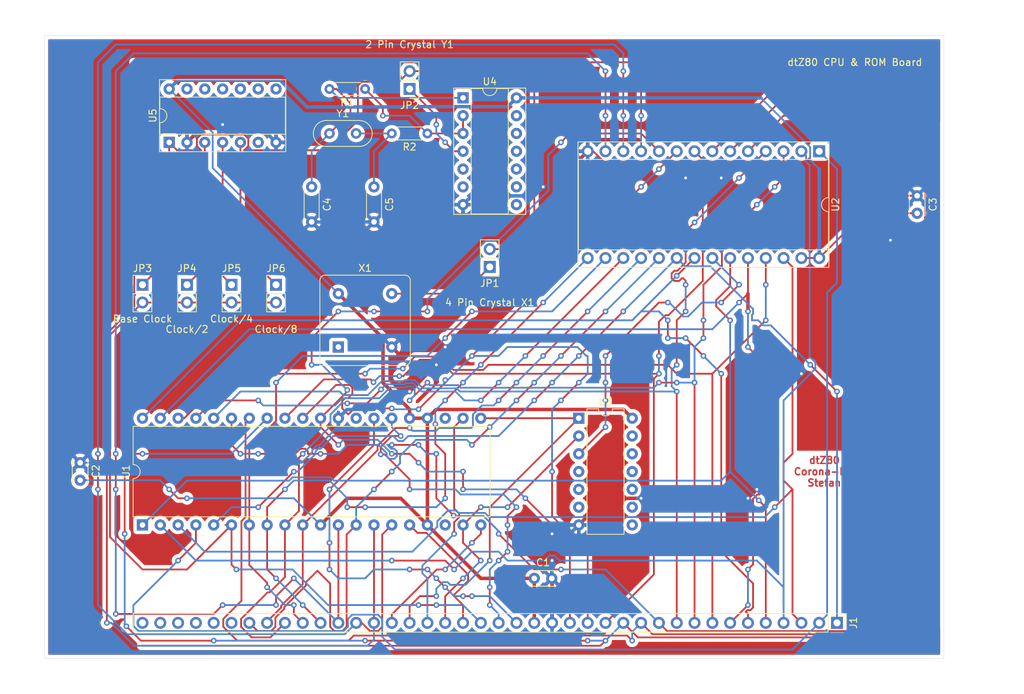
<source format=kicad_pcb>
(kicad_pcb (version 20171130) (host pcbnew 5.1.9-73d0e3b20d~88~ubuntu20.04.1)
  (title_block (title dtZ80) (date 2020-12-14) (rev 1) (company "Stefan Ostermann"))
  (layers (0 F.Cu signal) (31 B.Cu signal) (34 B.Paste user) (35 F.Paste user) (36 B.SilkS user) (37 F.SilkS user) (38 B.Mask user) (39 F.Mask user) (44 Edge.Cuts user))
  (net 0 "")
  (net 1 /A10)
  (net 2 /A9)
  (net 3 /A8)
  (net 4 /A7)
  (net 5 /A6)
  (net 6 /A5)
  (net 7 /A4)
  (net 8 /A3)
  (net 9 /A2)
  (net 10 /A1)
  (net 11 +5V)
  (net 12 /A0)
  (net 13 GND)
  (net 14 /A15)
  (net 15 /A14)
  (net 16 /A13)
  (net 17 /A12)
  (net 18 /A11)
  (net 19 "Net-(U2-Pad22)")
  (net 20 /D1)
  (net 21 /D0)
  (net 22 /D7)
  (net 23 /D2)
  (net 24 /D6)
  (net 25 /D5)
  (net 26 /D3)
  (net 27 /D4)
  (net 28 /CLK)
  (net 29 "Net-(JP1-Pad1)")
  (net 30 /IORQ)
  (net 31 /RD)
  (net 32 /WR)
  (net 33 /MREQ)
  (net 34 /INT)
  (net 35 /RESET)
  (net 36 /M1)
  (net 37 "Net-(C4-Pad1)")
  (net 38 "Net-(C5-Pad1)")
  (net 39 /CLK_BASE)
  (net 40 "Net-(JP2-Pad1)")
  (net 41 /DIV2)
  (net 42 /DIV4)
  (net 43 /DIV8)
  (net 44 "Net-(R1-Pad1)")
  (module Crystal:Crystal_HC52-8mm_Vertical (layer F.Cu) (at 2.54 38.1)
    (fp_text reference Y1 (at 1.9 -2.85) (layer F.SilkS))
    (fp_text value Crystal)
    (pad 2 thru_hole circle (at 3.8 0) (size 1.5 1.5) (drill 0.8) (layers *.Cu *.Mask) (net 38 "Net-(C5-Pad1)"))
    (pad 1 thru_hole circle (at 0 0) (size 1.5 1.5) (drill 0.8) (layers *.Cu *.Mask) (net 37 "Net-(C4-Pad1)"))
  )
  (module dtZ80-main:DIP-28_W15.24mm_Socket_Large_Holes (layer F.Cu) (at 72.39 40.64 270)
    (fp_text reference U2 (at 7.62 -2.33 90) (layer F.SilkS))
    (fp_text value 28C256)
    (pad 28 thru_hole oval (at 15.24 0 270) (size 1.7 1.7) (drill 1) (layers *.Cu *.Mask) (net 11 +5V))
    (pad 14 thru_hole oval (at 0 33.02 270) (size 1.7 1.7) (drill 1) (layers *.Cu *.Mask) (net 13 GND))
    (pad 27 thru_hole oval (at 15.24 2.54 270) (size 1.7 1.7) (drill 1) (layers *.Cu *.Mask) (net 11 +5V))
    (pad 13 thru_hole oval (at 0 30.48 270) (size 1.7 1.7) (drill 1) (layers *.Cu *.Mask) (net 23 /D2))
    (pad 26 thru_hole oval (at 15.24 5.08 270) (size 1.7 1.7) (drill 1) (layers *.Cu *.Mask) (net 16 /A13))
    (pad 12 thru_hole oval (at 0 27.94 270) (size 1.7 1.7) (drill 1) (layers *.Cu *.Mask) (net 20 /D1))
    (pad 25 thru_hole oval (at 15.24 7.62 270) (size 1.7 1.7) (drill 1) (layers *.Cu *.Mask) (net 3 /A8))
    (pad 11 thru_hole oval (at 0 25.4 270) (size 1.7 1.7) (drill 1) (layers *.Cu *.Mask) (net 21 /D0))
    (pad 24 thru_hole oval (at 15.24 10.16 270) (size 1.7 1.7) (drill 1) (layers *.Cu *.Mask) (net 2 /A9))
    (pad 10 thru_hole oval (at 0 22.86 270) (size 1.7 1.7) (drill 1) (layers *.Cu *.Mask) (net 12 /A0))
    (pad 23 thru_hole oval (at 15.24 12.7 270) (size 1.7 1.7) (drill 1) (layers *.Cu *.Mask) (net 18 /A11))
    (pad 9 thru_hole oval (at 0 20.32 270) (size 1.7 1.7) (drill 1) (layers *.Cu *.Mask) (net 10 /A1))
    (pad 22 thru_hole oval (at 15.24 15.24 270) (size 1.7 1.7) (drill 1) (layers *.Cu *.Mask) (net 19 "Net-(U2-Pad22)"))
    (pad 8 thru_hole oval (at 0 17.78 270) (size 1.7 1.7) (drill 1) (layers *.Cu *.Mask) (net 9 /A2))
    (pad 21 thru_hole oval (at 15.24 17.78 270) (size 1.7 1.7) (drill 1) (layers *.Cu *.Mask) (net 1 /A10))
    (pad 7 thru_hole oval (at 0 15.24 270) (size 1.7 1.7) (drill 1) (layers *.Cu *.Mask) (net 8 /A3))
    (pad 20 thru_hole oval (at 15.24 20.32 270) (size 1.7 1.7) (drill 1) (layers *.Cu *.Mask) (net 14 /A15))
    (pad 6 thru_hole oval (at 0 12.7 270) (size 1.7 1.7) (drill 1) (layers *.Cu *.Mask) (net 7 /A4))
    (pad 19 thru_hole oval (at 15.24 22.86 270) (size 1.7 1.7) (drill 1) (layers *.Cu *.Mask) (net 22 /D7))
    (pad 5 thru_hole oval (at 0 10.16 270) (size 1.7 1.7) (drill 1) (layers *.Cu *.Mask) (net 6 /A5))
    (pad 18 thru_hole oval (at 15.24 25.4 270) (size 1.7 1.7) (drill 1) (layers *.Cu *.Mask) (net 24 /D6))
    (pad 4 thru_hole oval (at 0 7.62 270) (size 1.7 1.7) (drill 1) (layers *.Cu *.Mask) (net 5 /A6))
    (pad 17 thru_hole oval (at 15.24 27.94 270) (size 1.7 1.7) (drill 1) (layers *.Cu *.Mask) (net 25 /D5))
    (pad 3 thru_hole oval (at 0 5.08 270) (size 1.7 1.7) (drill 1) (layers *.Cu *.Mask) (net 4 /A7))
    (pad 16 thru_hole oval (at 15.24 30.48 270) (size 1.7 1.7) (drill 1) (layers *.Cu *.Mask) (net 27 /D4))
    (pad 2 thru_hole oval (at 0 2.54 270) (size 1.7 1.7) (drill 1) (layers *.Cu *.Mask) (net 17 /A12))
    (pad 15 thru_hole oval (at 15.24 33.02 270) (size 1.7 1.7) (drill 1) (layers *.Cu *.Mask) (net 26 /D3))
    (pad 1 thru_hole rect (at 0 0 270) (size 1.7 1.7) (drill 1) (layers *.Cu *.Mask) (net 15 /A14))
  )
  (module Oscillator:Oscillator_DIP-8 (layer F.Cu) (at 3.81 68.58)
    (fp_text reference X1 (at 3.81 -11.26) (layer F.SilkS))
    (fp_text value CXO_DIP8)
    (pad 4 thru_hole circle (at 7.62 0) (size 1.6 1.6) (drill 0.8) (layers *.Cu *.Mask) (net 13 GND))
    (pad 5 thru_hole circle (at 7.62 -7.62) (size 1.6 1.6) (drill 0.8) (layers *.Cu *.Mask) (net 29 "Net-(JP1-Pad1)"))
    (pad 8 thru_hole circle (at 0 -7.62) (size 1.6 1.6) (drill 0.8) (layers *.Cu *.Mask) (net 11 +5V))
    (pad 1 thru_hole rect (at 0 0) (size 1.6 1.6) (drill 0.8) (layers *.Cu *.Mask))
  )
  (module Package_DIP:DIP-14_W7.62mm (layer F.Cu) (at 38.1 78.74)
    (fp_text reference U3 (at 3.81 -2.33) (layer F.SilkS))
    (fp_text value 74LS32)
    (pad 14 thru_hole oval (at 7.62 0) (size 1.6 1.6) (drill 0.8) (layers *.Cu *.Mask) (net 11 +5V))
    (pad 7 thru_hole oval (at 0 15.24) (size 1.6 1.6) (drill 0.8) (layers *.Cu *.Mask) (net 13 GND))
    (pad 13 thru_hole oval (at 7.62 2.54) (size 1.6 1.6) (drill 0.8) (layers *.Cu *.Mask))
    (pad 6 thru_hole oval (at 0 12.7) (size 1.6 1.6) (drill 0.8) (layers *.Cu *.Mask))
    (pad 12 thru_hole oval (at 7.62 5.08) (size 1.6 1.6) (drill 0.8) (layers *.Cu *.Mask))
    (pad 5 thru_hole oval (at 0 10.16) (size 1.6 1.6) (drill 0.8) (layers *.Cu *.Mask))
    (pad 11 thru_hole oval (at 7.62 7.62) (size 1.6 1.6) (drill 0.8) (layers *.Cu *.Mask))
    (pad 4 thru_hole oval (at 0 7.62) (size 1.6 1.6) (drill 0.8) (layers *.Cu *.Mask))
    (pad 10 thru_hole oval (at 7.62 10.16) (size 1.6 1.6) (drill 0.8) (layers *.Cu *.Mask))
    (pad 3 thru_hole oval (at 0 5.08) (size 1.6 1.6) (drill 0.8) (layers *.Cu *.Mask) (net 19 "Net-(U2-Pad22)"))
    (pad 9 thru_hole oval (at 7.62 12.7) (size 1.6 1.6) (drill 0.8) (layers *.Cu *.Mask))
    (pad 2 thru_hole oval (at 0 2.54) (size 1.6 1.6) (drill 0.8) (layers *.Cu *.Mask) (net 33 /MREQ))
    (pad 8 thru_hole oval (at 7.62 15.24) (size 1.6 1.6) (drill 0.8) (layers *.Cu *.Mask))
    (pad 1 thru_hole rect (at 0 0) (size 1.6 1.6) (drill 0.8) (layers *.Cu *.Mask) (net 31 /RD))
  )
  (module Package_DIP:DIP-40_W15.24mm (layer F.Cu) (at -24.13 93.98 90)
    (fp_text reference U1 (at 7.62 -2.33 90) (layer F.SilkS))
    (fp_text value Z80CPU)
    (pad 40 thru_hole oval (at 15.24 0 90) (size 1.6 1.6) (drill 0.8) (layers *.Cu *.Mask) (net 1 /A10))
    (pad 20 thru_hole oval (at 0 48.26 90) (size 1.6 1.6) (drill 0.8) (layers *.Cu *.Mask) (net 30 /IORQ))
    (pad 39 thru_hole oval (at 15.24 2.54 90) (size 1.6 1.6) (drill 0.8) (layers *.Cu *.Mask) (net 2 /A9))
    (pad 19 thru_hole oval (at 0 45.72 90) (size 1.6 1.6) (drill 0.8) (layers *.Cu *.Mask) (net 33 /MREQ))
    (pad 38 thru_hole oval (at 15.24 5.08 90) (size 1.6 1.6) (drill 0.8) (layers *.Cu *.Mask) (net 3 /A8))
    (pad 18 thru_hole oval (at 0 43.18 90) (size 1.6 1.6) (drill 0.8) (layers *.Cu *.Mask))
    (pad 37 thru_hole oval (at 15.24 7.62 90) (size 1.6 1.6) (drill 0.8) (layers *.Cu *.Mask) (net 4 /A7))
    (pad 17 thru_hole oval (at 0 40.64 90) (size 1.6 1.6) (drill 0.8) (layers *.Cu *.Mask) (net 11 +5V))
    (pad 36 thru_hole oval (at 15.24 10.16 90) (size 1.6 1.6) (drill 0.8) (layers *.Cu *.Mask) (net 5 /A6))
    (pad 16 thru_hole oval (at 0 38.1 90) (size 1.6 1.6) (drill 0.8) (layers *.Cu *.Mask) (net 34 /INT))
    (pad 35 thru_hole oval (at 15.24 12.7 90) (size 1.6 1.6) (drill 0.8) (layers *.Cu *.Mask) (net 6 /A5))
    (pad 15 thru_hole oval (at 0 35.56 90) (size 1.6 1.6) (drill 0.8) (layers *.Cu *.Mask) (net 20 /D1))
    (pad 34 thru_hole oval (at 15.24 15.24 90) (size 1.6 1.6) (drill 0.8) (layers *.Cu *.Mask) (net 7 /A4))
    (pad 14 thru_hole oval (at 0 33.02 90) (size 1.6 1.6) (drill 0.8) (layers *.Cu *.Mask) (net 21 /D0))
    (pad 33 thru_hole oval (at 15.24 17.78 90) (size 1.6 1.6) (drill 0.8) (layers *.Cu *.Mask) (net 8 /A3))
    (pad 13 thru_hole oval (at 0 30.48 90) (size 1.6 1.6) (drill 0.8) (layers *.Cu *.Mask) (net 22 /D7))
    (pad 32 thru_hole oval (at 15.24 20.32 90) (size 1.6 1.6) (drill 0.8) (layers *.Cu *.Mask) (net 9 /A2))
    (pad 12 thru_hole oval (at 0 27.94 90) (size 1.6 1.6) (drill 0.8) (layers *.Cu *.Mask) (net 23 /D2))
    (pad 31 thru_hole oval (at 15.24 22.86 90) (size 1.6 1.6) (drill 0.8) (layers *.Cu *.Mask) (net 10 /A1))
    (pad 11 thru_hole oval (at 0 25.4 90) (size 1.6 1.6) (drill 0.8) (layers *.Cu *.Mask) (net 11 +5V))
    (pad 30 thru_hole oval (at 15.24 25.4 90) (size 1.6 1.6) (drill 0.8) (layers *.Cu *.Mask) (net 12 /A0))
    (pad 10 thru_hole oval (at 0 22.86 90) (size 1.6 1.6) (drill 0.8) (layers *.Cu *.Mask) (net 24 /D6))
    (pad 29 thru_hole oval (at 15.24 27.94 90) (size 1.6 1.6) (drill 0.8) (layers *.Cu *.Mask) (net 13 GND))
    (pad 9 thru_hole oval (at 0 20.32 90) (size 1.6 1.6) (drill 0.8) (layers *.Cu *.Mask) (net 25 /D5))
    (pad 28 thru_hole oval (at 15.24 30.48 90) (size 1.6 1.6) (drill 0.8) (layers *.Cu *.Mask))
    (pad 8 thru_hole oval (at 0 17.78 90) (size 1.6 1.6) (drill 0.8) (layers *.Cu *.Mask) (net 26 /D3))
    (pad 27 thru_hole oval (at 15.24 33.02 90) (size 1.6 1.6) (drill 0.8) (layers *.Cu *.Mask) (net 36 /M1))
    (pad 7 thru_hole oval (at 0 15.24 90) (size 1.6 1.6) (drill 0.8) (layers *.Cu *.Mask) (net 27 /D4))
    (pad 26 thru_hole oval (at 15.24 35.56 90) (size 1.6 1.6) (drill 0.8) (layers *.Cu *.Mask) (net 35 /RESET))
    (pad 6 thru_hole oval (at 0 12.7 90) (size 1.6 1.6) (drill 0.8) (layers *.Cu *.Mask) (net 28 /CLK))
    (pad 25 thru_hole oval (at 15.24 38.1 90) (size 1.6 1.6) (drill 0.8) (layers *.Cu *.Mask) (net 11 +5V))
    (pad 5 thru_hole oval (at 0 10.16 90) (size 1.6 1.6) (drill 0.8) (layers *.Cu *.Mask) (net 14 /A15))
    (pad 24 thru_hole oval (at 15.24 40.64 90) (size 1.6 1.6) (drill 0.8) (layers *.Cu *.Mask) (net 11 +5V))
    (pad 4 thru_hole oval (at 0 7.62 90) (size 1.6 1.6) (drill 0.8) (layers *.Cu *.Mask) (net 15 /A14))
    (pad 23 thru_hole oval (at 15.24 43.18 90) (size 1.6 1.6) (drill 0.8) (layers *.Cu *.Mask))
    (pad 3 thru_hole oval (at 0 5.08 90) (size 1.6 1.6) (drill 0.8) (layers *.Cu *.Mask) (net 16 /A13))
    (pad 22 thru_hole oval (at 15.24 45.72 90) (size 1.6 1.6) (drill 0.8) (layers *.Cu *.Mask) (net 32 /WR))
    (pad 2 thru_hole oval (at 0 2.54 90) (size 1.6 1.6) (drill 0.8) (layers *.Cu *.Mask) (net 17 /A12))
    (pad 21 thru_hole oval (at 15.24 48.26 90) (size 1.6 1.6) (drill 0.8) (layers *.Cu *.Mask) (net 31 /RD))
    (pad 1 thru_hole rect (at 0 0 90) (size 1.6 1.6) (drill 0.8) (layers *.Cu *.Mask) (net 18 /A11))
  )
  (module Connector_PinHeader_2.54mm:PinHeader_1x02_P2.54mm_Vertical (layer F.Cu) (at 25.4 57.15 180)
    (fp_text reference JP1 (at 0 -2.33) (layer F.SilkS))
    (fp_text value X1)
    (pad 2 thru_hole oval (at 0 2.54 180) (size 1.7 1.7) (drill 1) (layers *.Cu *.Mask) (net 39 /CLK_BASE))
    (pad 1 thru_hole rect (at 0 0 180) (size 1.7 1.7) (drill 1) (layers *.Cu *.Mask) (net 29 "Net-(JP1-Pad1)"))
  )
  (module Capacitor_THT:C_Disc_D3.0mm_W2.0mm_P2.50mm (layer F.Cu) (at 86.36 46.99 270)
    (fp_text reference C3 (at 1.25 -2.25 90) (layer F.SilkS))
    (fp_text value 100nF)
    (pad 2 thru_hole circle (at 2.5 0 270) (size 1.6 1.6) (drill 0.8) (layers *.Cu *.Mask) (net 11 +5V))
    (pad 1 thru_hole circle (at 0 0 270) (size 1.6 1.6) (drill 0.8) (layers *.Cu *.Mask) (net 13 GND))
  )
  (module Capacitor_THT:C_Disc_D3.0mm_W2.0mm_P2.50mm (layer F.Cu) (at -33.02 85.09 270)
    (fp_text reference C2 (at 1.25 -2.25 90) (layer F.SilkS))
    (fp_text value 100nF)
    (pad 2 thru_hole circle (at 2.5 0 270) (size 1.6 1.6) (drill 0.8) (layers *.Cu *.Mask) (net 11 +5V))
    (pad 1 thru_hole circle (at 0 0 270) (size 1.6 1.6) (drill 0.8) (layers *.Cu *.Mask) (net 13 GND))
  )
  (module Capacitor_THT:C_Disc_D3.0mm_W2.0mm_P2.50mm (layer F.Cu) (at 31.75 101.6)
    (fp_text reference C1 (at 1.25 -2.25) (layer F.SilkS))
    (fp_text value 100nF)
    (pad 2 thru_hole circle (at 2.5 0) (size 1.6 1.6) (drill 0.8) (layers *.Cu *.Mask) (net 13 GND))
    (pad 1 thru_hole circle (at 0 0) (size 1.6 1.6) (drill 0.8) (layers *.Cu *.Mask) (net 11 +5V))
  )
  (module Package_DIP:DIP-14_W7.62mm_Socket (layer F.Cu) (at -20.32 39.37 90)
    (fp_text reference U5 (at 3.81 -2.33 90) (layer F.SilkS))
    (fp_text value 74LS393)
    (pad 14 thru_hole oval (at 7.62 0 90) (size 1.6 1.6) (drill 0.8) (layers *.Cu *.Mask) (net 11 +5V))
    (pad 7 thru_hole oval (at 0 15.24 90) (size 1.6 1.6) (drill 0.8) (layers *.Cu *.Mask) (net 13 GND))
    (pad 13 thru_hole oval (at 7.62 2.54 90) (size 1.6 1.6) (drill 0.8) (layers *.Cu *.Mask))
    (pad 6 thru_hole oval (at 0 12.7 90) (size 1.6 1.6) (drill 0.8) (layers *.Cu *.Mask))
    (pad 12 thru_hole oval (at 7.62 5.08 90) (size 1.6 1.6) (drill 0.8) (layers *.Cu *.Mask))
    (pad 5 thru_hole oval (at 0 10.16 90) (size 1.6 1.6) (drill 0.8) (layers *.Cu *.Mask) (net 43 /DIV8))
    (pad 11 thru_hole oval (at 7.62 7.62 90) (size 1.6 1.6) (drill 0.8) (layers *.Cu *.Mask))
    (pad 4 thru_hole oval (at 0 7.62 90) (size 1.6 1.6) (drill 0.8) (layers *.Cu *.Mask) (net 42 /DIV4))
    (pad 10 thru_hole oval (at 7.62 10.16 90) (size 1.6 1.6) (drill 0.8) (layers *.Cu *.Mask))
    (pad 3 thru_hole oval (at 0 5.08 90) (size 1.6 1.6) (drill 0.8) (layers *.Cu *.Mask) (net 41 /DIV2))
    (pad 9 thru_hole oval (at 7.62 12.7 90) (size 1.6 1.6) (drill 0.8) (layers *.Cu *.Mask))
    (pad 2 thru_hole oval (at 0 2.54 90) (size 1.6 1.6) (drill 0.8) (layers *.Cu *.Mask) (net 13 GND))
    (pad 8 thru_hole oval (at 7.62 15.24 90) (size 1.6 1.6) (drill 0.8) (layers *.Cu *.Mask))
    (pad 1 thru_hole rect (at 0 0 90) (size 1.6 1.6) (drill 0.8) (layers *.Cu *.Mask) (net 39 /CLK_BASE))
  )
  (module Package_DIP:DIP-14_W7.62mm_Socket (layer F.Cu) (at 21.59 33.02)
    (fp_text reference U4 (at 3.81 -2.33) (layer F.SilkS))
    (fp_text value 74LS04)
    (pad 14 thru_hole oval (at 7.62 0) (size 1.6 1.6) (drill 0.8) (layers *.Cu *.Mask) (net 11 +5V))
    (pad 7 thru_hole oval (at 0 15.24) (size 1.6 1.6) (drill 0.8) (layers *.Cu *.Mask) (net 13 GND))
    (pad 13 thru_hole oval (at 7.62 2.54) (size 1.6 1.6) (drill 0.8) (layers *.Cu *.Mask))
    (pad 6 thru_hole oval (at 0 12.7) (size 1.6 1.6) (drill 0.8) (layers *.Cu *.Mask))
    (pad 12 thru_hole oval (at 7.62 5.08) (size 1.6 1.6) (drill 0.8) (layers *.Cu *.Mask))
    (pad 5 thru_hole oval (at 0 10.16) (size 1.6 1.6) (drill 0.8) (layers *.Cu *.Mask))
    (pad 11 thru_hole oval (at 7.62 7.62) (size 1.6 1.6) (drill 0.8) (layers *.Cu *.Mask))
    (pad 4 thru_hole oval (at 0 7.62) (size 1.6 1.6) (drill 0.8) (layers *.Cu *.Mask) (net 40 "Net-(JP2-Pad1)"))
    (pad 10 thru_hole oval (at 7.62 10.16) (size 1.6 1.6) (drill 0.8) (layers *.Cu *.Mask))
    (pad 3 thru_hole oval (at 0 5.08) (size 1.6 1.6) (drill 0.8) (layers *.Cu *.Mask) (net 44 "Net-(R1-Pad1)"))
    (pad 9 thru_hole oval (at 7.62 12.7) (size 1.6 1.6) (drill 0.8) (layers *.Cu *.Mask))
    (pad 2 thru_hole oval (at 0 2.54) (size 1.6 1.6) (drill 0.8) (layers *.Cu *.Mask) (net 44 "Net-(R1-Pad1)"))
    (pad 8 thru_hole oval (at 7.62 15.24) (size 1.6 1.6) (drill 0.8) (layers *.Cu *.Mask))
    (pad 1 thru_hole rect (at 0 0) (size 1.6 1.6) (drill 0.8) (layers *.Cu *.Mask) (net 37 "Net-(C4-Pad1)"))
  )
  (module Resistor_THT:R_Axial_DIN0204_L3.6mm_D1.6mm_P5.08mm_Horizontal (layer F.Cu) (at 16.51 38.1 180)
    (fp_text reference R2 (at 2.54 -1.92) (layer F.SilkS))
    (fp_text value 1K)
    (pad 2 thru_hole oval (at 5.08 0 180) (size 1.4 1.4) (drill 0.7) (layers *.Cu *.Mask) (net 38 "Net-(C5-Pad1)"))
    (pad 1 thru_hole circle (at 0 0 180) (size 1.4 1.4) (drill 0.7) (layers *.Cu *.Mask) (net 44 "Net-(R1-Pad1)"))
  )
  (module Resistor_THT:R_Axial_DIN0204_L3.6mm_D1.6mm_P5.08mm_Horizontal (layer F.Cu) (at 7.62 31.75 180)
    (fp_text reference R1 (at 2.54 -1.92) (layer F.SilkS))
    (fp_text value 1M)
    (pad 2 thru_hole oval (at 5.08 0 180) (size 1.4 1.4) (drill 0.7) (layers *.Cu *.Mask) (net 37 "Net-(C4-Pad1)"))
    (pad 1 thru_hole circle (at 0 0 180) (size 1.4 1.4) (drill 0.7) (layers *.Cu *.Mask) (net 44 "Net-(R1-Pad1)"))
  )
  (module Connector_PinHeader_2.54mm:PinHeader_1x02_P2.54mm_Vertical (layer F.Cu) (at -5.08 59.69)
    (fp_text reference JP6 (at 0 -2.33) (layer F.SilkS))
    (fp_text value Clock/8 (at 0 6.35) (layer F.SilkS))
    (pad 2 thru_hole oval (at 0 2.54) (size 1.7 1.7) (drill 1) (layers *.Cu *.Mask) (net 28 /CLK))
    (pad 1 thru_hole rect (at 0 0) (size 1.7 1.7) (drill 1) (layers *.Cu *.Mask) (net 43 /DIV8))
  )
  (module Connector_PinHeader_2.54mm:PinHeader_1x02_P2.54mm_Vertical (layer F.Cu) (at -11.43 59.69)
    (fp_text reference JP5 (at 0 -2.33) (layer F.SilkS))
    (fp_text value Clock/4 (at 0 4.87) (layer F.SilkS))
    (pad 2 thru_hole oval (at 0 2.54) (size 1.7 1.7) (drill 1) (layers *.Cu *.Mask) (net 28 /CLK))
    (pad 1 thru_hole rect (at 0 0) (size 1.7 1.7) (drill 1) (layers *.Cu *.Mask) (net 42 /DIV4))
  )
  (module Connector_PinHeader_2.54mm:PinHeader_1x02_P2.54mm_Vertical (layer F.Cu) (at -17.78 59.69)
    (fp_text reference JP4 (at 0 -2.33) (layer F.SilkS))
    (fp_text value Clock/2 (at 0 6.35) (layer F.SilkS))
    (pad 2 thru_hole oval (at 0 2.54) (size 1.7 1.7) (drill 1) (layers *.Cu *.Mask) (net 28 /CLK))
    (pad 1 thru_hole rect (at 0 0) (size 1.7 1.7) (drill 1) (layers *.Cu *.Mask) (net 41 /DIV2))
  )
  (module Connector_PinHeader_2.54mm:PinHeader_1x02_P2.54mm_Vertical (layer F.Cu) (at -24.13 59.69)
    (fp_text reference JP3 (at 0 -2.33) (layer F.SilkS))
    (fp_text value "Base Clock" (at 0 4.87) (layer F.SilkS))
    (pad 2 thru_hole oval (at 0 2.54) (size 1.7 1.7) (drill 1) (layers *.Cu *.Mask) (net 28 /CLK))
    (pad 1 thru_hole rect (at 0 0) (size 1.7 1.7) (drill 1) (layers *.Cu *.Mask) (net 39 /CLK_BASE))
  )
  (module Connector_PinHeader_2.54mm:PinHeader_1x02_P2.54mm_Vertical (layer F.Cu) (at 13.97 31.75 180)
    (fp_text reference JP2 (at 0 -2.33) (layer F.SilkS))
    (fp_text value Y1)
    (pad 2 thru_hole oval (at 0 2.54 180) (size 1.7 1.7) (drill 1) (layers *.Cu *.Mask) (net 39 /CLK_BASE))
    (pad 1 thru_hole rect (at 0 0 180) (size 1.7 1.7) (drill 1) (layers *.Cu *.Mask) (net 40 "Net-(JP2-Pad1)"))
  )
  (module Connector_PinHeader_2.54mm:PinHeader_1x40_P2.54mm_Vertical (layer F.Cu) (at 74.93 107.95 270)
    (fp_text reference J1 (at 0 -2.33 90) (layer F.SilkS))
    (fp_text value RC2014Bus)
    (pad 40 thru_hole oval (at 0 99.06 270) (size 1.7 1.7) (drill 1) (layers *.Cu *.Mask))
    (pad 39 thru_hole oval (at 0 96.52 270) (size 1.7 1.7) (drill 1) (layers *.Cu *.Mask))
    (pad 38 thru_hole oval (at 0 93.98 270) (size 1.7 1.7) (drill 1) (layers *.Cu *.Mask))
    (pad 37 thru_hole oval (at 0 91.44 270) (size 1.7 1.7) (drill 1) (layers *.Cu *.Mask))
    (pad 36 thru_hole oval (at 0 88.9 270) (size 1.7 1.7) (drill 1) (layers *.Cu *.Mask))
    (pad 35 thru_hole oval (at 0 86.36 270) (size 1.7 1.7) (drill 1) (layers *.Cu *.Mask))
    (pad 34 thru_hole oval (at 0 83.82 270) (size 1.7 1.7) (drill 1) (layers *.Cu *.Mask) (net 22 /D7))
    (pad 33 thru_hole oval (at 0 81.28 270) (size 1.7 1.7) (drill 1) (layers *.Cu *.Mask) (net 24 /D6))
    (pad 32 thru_hole oval (at 0 78.74 270) (size 1.7 1.7) (drill 1) (layers *.Cu *.Mask) (net 25 /D5))
    (pad 31 thru_hole oval (at 0 76.2 270) (size 1.7 1.7) (drill 1) (layers *.Cu *.Mask) (net 27 /D4))
    (pad 30 thru_hole oval (at 0 73.66 270) (size 1.7 1.7) (drill 1) (layers *.Cu *.Mask) (net 26 /D3))
    (pad 29 thru_hole oval (at 0 71.12 270) (size 1.7 1.7) (drill 1) (layers *.Cu *.Mask) (net 23 /D2))
    (pad 28 thru_hole oval (at 0 68.58 270) (size 1.7 1.7) (drill 1) (layers *.Cu *.Mask) (net 20 /D1))
    (pad 27 thru_hole oval (at 0 66.04 270) (size 1.7 1.7) (drill 1) (layers *.Cu *.Mask) (net 21 /D0))
    (pad 26 thru_hole oval (at 0 63.5 270) (size 1.7 1.7) (drill 1) (layers *.Cu *.Mask) (net 30 /IORQ))
    (pad 25 thru_hole oval (at 0 60.96 270) (size 1.7 1.7) (drill 1) (layers *.Cu *.Mask) (net 31 /RD))
    (pad 24 thru_hole oval (at 0 58.42 270) (size 1.7 1.7) (drill 1) (layers *.Cu *.Mask) (net 32 /WR))
    (pad 23 thru_hole oval (at 0 55.88 270) (size 1.7 1.7) (drill 1) (layers *.Cu *.Mask) (net 33 /MREQ))
    (pad 22 thru_hole oval (at 0 53.34 270) (size 1.7 1.7) (drill 1) (layers *.Cu *.Mask) (net 34 /INT))
    (pad 21 thru_hole oval (at 0 50.8 270) (size 1.7 1.7) (drill 1) (layers *.Cu *.Mask) (net 28 /CLK))
    (pad 20 thru_hole oval (at 0 48.26 270) (size 1.7 1.7) (drill 1) (layers *.Cu *.Mask) (net 35 /RESET))
    (pad 19 thru_hole oval (at 0 45.72 270) (size 1.7 1.7) (drill 1) (layers *.Cu *.Mask) (net 36 /M1))
    (pad 18 thru_hole oval (at 0 43.18 270) (size 1.7 1.7) (drill 1) (layers *.Cu *.Mask) (net 11 +5V))
    (pad 17 thru_hole oval (at 0 40.64 270) (size 1.7 1.7) (drill 1) (layers *.Cu *.Mask) (net 13 GND))
    (pad 16 thru_hole oval (at 0 38.1 270) (size 1.7 1.7) (drill 1) (layers *.Cu *.Mask) (net 12 /A0))
    (pad 15 thru_hole oval (at 0 35.56 270) (size 1.7 1.7) (drill 1) (layers *.Cu *.Mask) (net 10 /A1))
    (pad 14 thru_hole oval (at 0 33.02 270) (size 1.7 1.7) (drill 1) (layers *.Cu *.Mask) (net 9 /A2))
    (pad 13 thru_hole oval (at 0 30.48 270) (size 1.7 1.7) (drill 1) (layers *.Cu *.Mask) (net 8 /A3))
    (pad 12 thru_hole oval (at 0 27.94 270) (size 1.7 1.7) (drill 1) (layers *.Cu *.Mask) (net 7 /A4))
    (pad 11 thru_hole oval (at 0 25.4 270) (size 1.7 1.7) (drill 1) (layers *.Cu *.Mask) (net 6 /A5))
    (pad 10 thru_hole oval (at 0 22.86 270) (size 1.7 1.7) (drill 1) (layers *.Cu *.Mask) (net 5 /A6))
    (pad 9 thru_hole oval (at 0 20.32 270) (size 1.7 1.7) (drill 1) (layers *.Cu *.Mask) (net 4 /A7))
    (pad 8 thru_hole oval (at 0 17.78 270) (size 1.7 1.7) (drill 1) (layers *.Cu *.Mask) (net 3 /A8))
    (pad 7 thru_hole oval (at 0 15.24 270) (size 1.7 1.7) (drill 1) (layers *.Cu *.Mask) (net 2 /A9))
    (pad 6 thru_hole oval (at 0 12.7 270) (size 1.7 1.7) (drill 1) (layers *.Cu *.Mask) (net 1 /A10))
    (pad 5 thru_hole oval (at 0 10.16 270) (size 1.7 1.7) (drill 1) (layers *.Cu *.Mask) (net 18 /A11))
    (pad 4 thru_hole oval (at 0 7.62 270) (size 1.7 1.7) (drill 1) (layers *.Cu *.Mask) (net 17 /A12))
    (pad 3 thru_hole oval (at 0 5.08 270) (size 1.7 1.7) (drill 1) (layers *.Cu *.Mask) (net 16 /A13))
    (pad 2 thru_hole oval (at 0 2.54 270) (size 1.7 1.7) (drill 1) (layers *.Cu *.Mask) (net 15 /A14))
    (pad 1 thru_hole rect (at 0 0 270) (size 1.7 1.7) (drill 1) (layers *.Cu *.Mask) (net 14 /A15))
  )
  (module Capacitor_THT:C_Disc_D4.3mm_W1.9mm_P5.00mm (layer F.Cu) (at 8.89 45.72 270)
    (fp_text reference C5 (at 2.5 -2.2 90) (layer F.SilkS))
    (fp_text value 22pF)
    (pad 2 thru_hole circle (at 5 0 270) (size 1.6 1.6) (drill 0.8) (layers *.Cu *.Mask) (net 13 GND))
    (pad 1 thru_hole circle (at 0 0 270) (size 1.6 1.6) (drill 0.8) (layers *.Cu *.Mask) (net 38 "Net-(C5-Pad1)"))
  )
  (module Capacitor_THT:C_Disc_D4.3mm_W1.9mm_P5.00mm (layer F.Cu) (at 0 45.72 270)
    (fp_text reference C4 (at 2.5 -2.2 90) (layer F.SilkS))
    (fp_text value 22pF)
    (pad 2 thru_hole circle (at 5 0 270) (size 1.6 1.6) (drill 0.8) (layers *.Cu *.Mask) (net 13 GND))
    (pad 1 thru_hole circle (at 0 0 270) (size 1.6 1.6) (drill 0.8) (layers *.Cu *.Mask) (net 37 "Net-(C4-Pad1)"))
  )
  (gr_text "2 Pin Crystal Y1" (at 13.97 25.4) (layer F.SilkS) (effects (font (size 1 1))))
  (gr_text "4 Pin Crystal X1" (at 25.4 62.23) (layer F.SilkS) (effects (font (size 1 1))))
  (gr_text "dtZ80 CPU & ROM Board" (at 77.47 27.94) (layer F.SilkS) (effects (font (size 1 1))))
  (gr_text "dtZ80 Revision 2\nCorona-Projekt 20/21\nStefan Ostermann" (at 77.47 86.36) (layer F.Cu) (effects (font (size 1 1) (thickness 0.2))))
  (gr_line (start 90.17 113.03) (end -38.1 113.03) (layer Edge.Cuts) (width 0.05))
  (gr_line (start 90.17 24.13) (end 90.17 113.03) (layer Edge.Cuts) (width 0.05))
  (gr_line (start -38.1 24.13) (end -38.1 113.03) (layer Edge.Cuts) (width 0.05))
  (gr_line (start 90.17 24.13) (end -38.1 24.13) (layer Edge.Cuts) (width 0.05))
  (segment (start -24.13 78.74) (end -10.16 64.77) (width 0.25) (layer B.Cu) (net 1))
  (via (at 52.07 58.42) (size 0.8) (drill 0.4) (layers F.Cu B.Cu) (net 1))
  (segment (start -10.16 64.77) (end 45.72 64.77) (width 0.25) (layer B.Cu) (net 1))
  (segment (start 52.07 58.42) (end 54.61 55.88) (width 0.25) (layer F.Cu) (net 1))
  (segment (start 62.23 107.95) (end 62.23 106.68) (width 0.25) (layer F.Cu) (net 1))
  (segment (start 62.955001 105.758001) (end 62.955001 102.325001) (width 0.25) (layer F.Cu) (net 1))
  (segment (start 62.578001 106.135001) (end 62.955001 105.758001) (width 0.25) (layer F.Cu) (net 1))
  (segment (start 62.141409 106.135001) (end 62.578001 106.135001) (width 0.25) (layer F.Cu) (net 1))
  (segment (start 61.913205 106.363205) (end 62.141409 106.135001) (width 0.25) (layer F.Cu) (net 1))
  (segment (start 62.23 106.68) (end 61.913205 106.363205) (width 0.25) (layer F.Cu) (net 1))
  (via (at 58.42 72.39) (size 0.8) (drill 0.4) (layers F.Cu B.Cu) (net 1))
  (segment (start 58.42 97.79) (end 58.42 72.39) (width 0.25) (layer F.Cu) (net 1))
  (segment (start 62.955001 102.325001) (end 58.42 97.79) (width 0.25) (layer F.Cu) (net 1))
  (via (at 55.88 69.85) (size 0.8) (drill 0.4) (layers F.Cu B.Cu) (net 1))
  (segment (start 58.42 72.39) (end 55.88 69.85) (width 0.25) (layer B.Cu) (net 1))
  (via (at 53.34 67.31) (size 0.8) (drill 0.4) (layers F.Cu B.Cu) (net 1))
  (segment (start 55.88 69.85) (end 53.34 67.31) (width 0.25) (layer F.Cu) (net 1))
  (via (at 50.8 67.31) (size 0.8) (drill 0.4) (layers F.Cu B.Cu) (net 1))
  (segment (start 53.34 67.31) (end 50.8 67.31) (width 0.25) (layer B.Cu) (net 1))
  (via (at 50.8 64.77) (size 0.8) (drill 0.4) (layers F.Cu B.Cu) (net 1))
  (segment (start 50.8 67.31) (end 50.8 64.77) (width 0.25) (layer F.Cu) (net 1))
  (segment (start 50.8 59.69) (end 52.07 58.42) (width 0.25) (layer B.Cu) (net 1))
  (segment (start 45.72 64.77) (end 50.8 59.69) (width 0.25) (layer B.Cu) (net 1))
  (segment (start 50.8 64.77) (end 49.53 63.5) (width 0.25) (layer B.Cu) (net 1))
  (segment (start 49.53 63.5) (end 46.99 63.5) (width 0.25) (layer B.Cu) (net 1))
  (via (at 62.23 63.5) (size 0.8) (drill 0.4) (layers F.Cu B.Cu) (net 2))
  (via (at 62.23 68.58) (size 0.8) (drill 0.4) (layers F.Cu B.Cu) (net 2))
  (segment (start 62.23 63.5) (end 62.23 68.58) (width 0.25) (layer B.Cu) (net 2))
  (via (at 62.23 100.33) (size 0.8) (drill 0.4) (layers F.Cu B.Cu) (net 2))
  (via (at 62.23 105.41) (size 0.8) (drill 0.4) (layers F.Cu B.Cu) (net 2))
  (segment (start 62.23 100.33) (end 62.23 105.41) (width 0.25) (layer B.Cu) (net 2))
  (segment (start 62.23 105.41) (end 59.69 107.95) (width 0.25) (layer F.Cu) (net 2))
  (via (at 60.96 62.23) (size 0.8) (drill 0.4) (layers F.Cu B.Cu) (net 2))
  (segment (start 60.96 62.23) (end 62.23 60.96) (width 0.25) (layer F.Cu) (net 2))
  (segment (start 62.23 60.96) (end 62.23 63.5) (width 0.5) (layer F.Cu) (net 2))
  (segment (start 62.23 55.88) (end 62.23 60.96) (width 0.25) (layer F.Cu) (net 2))
  (segment (start -21.59 78.74) (end -8.89 66.04) (width 0.25) (layer B.Cu) (net 2))
  (segment (start -8.89 66.04) (end 45.72 66.04) (width 0.25) (layer B.Cu) (net 2))
  (segment (start 45.72 66.04) (end 57.15 66.04) (width 0.25) (layer B.Cu) (net 2))
  (segment (start 57.15 66.04) (end 60.96 62.23) (width 0.25) (layer B.Cu) (net 2))
  (segment (start 62.955001 90.258187) (end 62.955001 99.604999) (width 0.25) (layer F.Cu) (net 2))
  (segment (start 63.848002 89.625002) (end 63.588186 89.625002) (width 0.25) (layer F.Cu) (net 2))
  (segment (start 62.23 68.58) (end 64.225002 70.575002) (width 0.25) (layer F.Cu) (net 2))
  (segment (start 62.629999 99.930001) (end 62.23 100.33) (width 0.25) (layer F.Cu) (net 2))
  (segment (start 62.955001 99.604999) (end 62.629999 99.930001) (width 0.25) (layer F.Cu) (net 2))
  (segment (start 63.588186 89.625002) (end 62.955001 90.258187) (width 0.25) (layer F.Cu) (net 2))
  (segment (start 64.225002 89.248002) (end 63.848002 89.625002) (width 0.25) (layer F.Cu) (net 2))
  (segment (start 64.225002 70.575002) (end 64.225002 89.248002) (width 0.25) (layer F.Cu) (net 2))
  (via (at 64.77 59.69) (size 0.8) (drill 0.4) (layers F.Cu B.Cu) (net 3))
  (segment (start 64.77 55.88) (end 64.77 59.69) (width 0.25) (layer F.Cu) (net 3))
  (via (at 64.77 64.77) (size 0.8) (drill 0.4) (layers F.Cu B.Cu) (net 3))
  (segment (start 64.77 59.69) (end 64.77 64.77) (width 0.25) (layer B.Cu) (net 3))
  (segment (start 64.77 64.77) (end 57.15 72.39) (width 0.25) (layer F.Cu) (net 3))
  (segment (start 57.15 72.39) (end 57.15 107.95) (width 0.25) (layer F.Cu) (net 3))
  (via (at 7.62 72.39) (size 0.8) (drill 0.4) (layers F.Cu B.Cu) (net 3))
  (segment (start -18.175002 78.74) (end -19.05 78.74) (width 0.25) (layer F.Cu) (net 3))
  (segment (start -11.825002 72.39) (end -18.175002 78.74) (width 0.25) (layer F.Cu) (net 3))
  (segment (start 7.62 72.39) (end -11.825002 72.39) (width 0.25) (layer F.Cu) (net 3))
  (segment (start 7.62 72.39) (end 8.34501 71.66499) (width 0.25) (layer B.Cu) (net 3))
  (segment (start 8.34501 71.66499) (end 12.995087 71.66499) (width 0.25) (layer B.Cu) (net 3))
  (via (at 12.995087 71.66499) (size 0.8) (drill 0.4) (layers F.Cu B.Cu) (net 3))
  (segment (start 14.71509 69.944987) (end 12.995087 71.66499) (width 0.25) (layer F.Cu) (net 3))
  (segment (start 18.314402 69.944987) (end 14.71509 69.944987) (width 0.25) (layer F.Cu) (net 3))
  (segment (start 20.214417 71.845002) (end 18.314402 69.944987) (width 0.25) (layer F.Cu) (net 3))
  (segment (start 57.15 72.39) (end 52.07 72.39) (width 0.25) (layer F.Cu) (net 3))
  (segment (start 25.203004 71.12) (end 24.478002 71.845002) (width 0.25) (layer F.Cu) (net 3))
  (segment (start 24.478002 71.845002) (end 20.214417 71.845002) (width 0.25) (layer F.Cu) (net 3))
  (segment (start 50.8 71.12) (end 25.203004 71.12) (width 0.25) (layer F.Cu) (net 3))
  (segment (start 52.07 72.39) (end 50.8 71.12) (width 0.25) (layer F.Cu) (net 3))
  (via (at 54.61 73.66) (size 0.8) (drill 0.4) (layers F.Cu B.Cu) (net 4))
  (segment (start 54.61 107.95) (end 54.61 73.66) (width 0.25) (layer F.Cu) (net 4))
  (via (at 55.88 67.31) (size 0.8) (drill 0.4) (layers F.Cu B.Cu) (net 4))
  (segment (start 54.61 68.58) (end 55.88 67.31) (width 0.25) (layer B.Cu) (net 4))
  (segment (start 54.61 73.66) (end 54.61 68.58) (width 0.25) (layer B.Cu) (net 4))
  (segment (start 55.88 67.31) (end 55.88 64.77) (width 0.25) (layer F.Cu) (net 4))
  (via (at 55.88 64.77) (size 0.8) (drill 0.4) (layers F.Cu B.Cu) (net 4))
  (segment (start 55.88 64.77) (end 55.88 59.69) (width 0.25) (layer F.Cu) (net 4))
  (via (at 63.5 48.26) (size 0.8) (drill 0.4) (layers F.Cu B.Cu) (net 4))
  (segment (start 58.514999 53.245001) (end 63.5 48.26) (width 0.25) (layer F.Cu) (net 4))
  (segment (start 58.514999 57.055001) (end 58.514999 53.245001) (width 0.25) (layer F.Cu) (net 4))
  (segment (start 55.88 59.69) (end 58.514999 57.055001) (width 0.25) (layer F.Cu) (net 4))
  (via (at 66.04 45.72) (size 0.8) (drill 0.4) (layers F.Cu B.Cu) (net 4))
  (segment (start 63.5 48.26) (end 66.04 45.72) (width 0.25) (layer B.Cu) (net 4))
  (segment (start 67.31 44.45) (end 67.31 40.64) (width 0.25) (layer F.Cu) (net 4))
  (segment (start 66.04 45.72) (end 67.31 44.45) (width 0.25) (layer F.Cu) (net 4))
  (segment (start 54.61 73.66) (end 52.07 73.66) (width 0.25) (layer B.Cu) (net 4))
  (via (at 52.07 73.66) (size 0.8) (drill 0.4) (layers F.Cu B.Cu) (net 4))
  (via (at 49.53 73.66) (size 0.8) (drill 0.4) (layers F.Cu B.Cu) (net 4))
  (segment (start 52.07 73.66) (end 49.53 73.66) (width 0.25) (layer F.Cu) (net 4))
  (via (at 16.51 73.66) (size 0.8) (drill 0.4) (layers F.Cu B.Cu) (net 4))
  (via (at 13.97 76.2) (size 0.8) (drill 0.4) (layers F.Cu B.Cu) (net 4))
  (segment (start 16.51 73.66) (end 13.97 76.2) (width 0.25) (layer F.Cu) (net 4))
  (via (at -7.62 76.2) (size 0.8) (drill 0.4) (layers F.Cu B.Cu) (net 4))
  (segment (start -13.97 76.2) (end -16.51 78.74) (width 0.25) (layer F.Cu) (net 4))
  (segment (start -7.62 76.2) (end -13.97 76.2) (width 0.25) (layer F.Cu) (net 4))
  (segment (start 49.53 73.66) (end 48.804998 74.385002) (width 0.25) (layer B.Cu) (net 4))
  (segment (start 48.804998 74.385002) (end 21.241998 74.385002) (width 0.25) (layer B.Cu) (net 4))
  (segment (start 21.241998 74.385002) (end 20.886974 74.029978) (width 0.25) (layer B.Cu) (net 4))
  (segment (start 20.886974 74.029978) (end 16.879978 74.029978) (width 0.25) (layer B.Cu) (net 4))
  (segment (start 16.879978 74.029978) (end 16.51 73.66) (width 0.25) (layer B.Cu) (net 4))
  (segment (start 13.472007 74.354989) (end 11.191823 74.354989) (width 0.25) (layer B.Cu) (net 4))
  (segment (start 13.621998 74.204998) (end 13.472007 74.354989) (width 0.25) (layer B.Cu) (net 4))
  (segment (start -6.894999 76.925001) (end -7.220001 76.599999) (width 0.25) (layer B.Cu) (net 4))
  (segment (start -7.220001 76.599999) (end -7.62 76.2) (width 0.25) (layer B.Cu) (net 4))
  (segment (start 9.651823 75.894989) (end 4.353598 75.894989) (width 0.25) (layer B.Cu) (net 4))
  (segment (start 4.353598 75.894989) (end 3.323586 76.925001) (width 0.25) (layer B.Cu) (net 4))
  (segment (start 13.97 76.2) (end 14.695002 75.474998) (width 0.25) (layer B.Cu) (net 4))
  (segment (start 3.323586 76.925001) (end -6.894999 76.925001) (width 0.25) (layer B.Cu) (net 4))
  (segment (start 14.318002 74.204998) (end 13.621998 74.204998) (width 0.25) (layer B.Cu) (net 4))
  (segment (start 14.695002 75.474998) (end 14.695002 74.581998) (width 0.25) (layer B.Cu) (net 4))
  (segment (start 11.191823 74.354989) (end 9.651823 75.894989) (width 0.25) (layer B.Cu) (net 4))
  (segment (start 14.695002 74.581998) (end 14.318002 74.204998) (width 0.25) (layer B.Cu) (net 4))
  (via (at 52.07 74.93) (size 0.8) (drill 0.4) (layers F.Cu B.Cu) (net 5))
  (segment (start 52.07 107.95) (end 52.07 74.93) (width 0.25) (layer F.Cu) (net 5))
  (via (at 52.07 71.12) (size 0.8) (drill 0.4) (layers F.Cu B.Cu) (net 5))
  (via (at 53.34 63.5) (size 0.8) (drill 0.4) (layers F.Cu B.Cu) (net 5))
  (segment (start 52.07 64.77) (end 53.34 63.5) (width 0.25) (layer F.Cu) (net 5))
  (segment (start 52.07 71.12) (end 52.07 64.77) (width 0.25) (layer F.Cu) (net 5))
  (via (at 53.34 59.69) (size 0.8) (drill 0.4) (layers F.Cu B.Cu) (net 5))
  (segment (start 53.34 63.5) (end 53.34 59.69) (width 0.25) (layer B.Cu) (net 5))
  (via (at 54.61 50.8) (size 0.8) (drill 0.4) (layers F.Cu B.Cu) (net 5))
  (segment (start 53.34 52.07) (end 54.61 50.8) (width 0.25) (layer F.Cu) (net 5))
  (segment (start 51.721999 57.694999) (end 52.158591 57.694999) (width 0.25) (layer F.Cu) (net 5))
  (segment (start 51.344999 58.071999) (end 51.721999 57.694999) (width 0.25) (layer F.Cu) (net 5))
  (segment (start 51.721999 59.145001) (end 51.344999 58.768001) (width 0.25) (layer F.Cu) (net 5))
  (segment (start 53.34 56.51359) (end 53.34 52.07) (width 0.25) (layer F.Cu) (net 5))
  (segment (start 52.418001 59.145001) (end 51.721999 59.145001) (width 0.25) (layer F.Cu) (net 5))
  (segment (start 51.344999 58.768001) (end 51.344999 58.071999) (width 0.25) (layer F.Cu) (net 5))
  (segment (start 52.795001 58.768001) (end 52.418001 59.145001) (width 0.25) (layer F.Cu) (net 5))
  (segment (start 52.158591 57.694999) (end 53.34 56.51359) (width 0.25) (layer F.Cu) (net 5))
  (segment (start 52.983686 58.768001) (end 52.795001 58.768001) (width 0.25) (layer F.Cu) (net 5))
  (segment (start 53.34 59.124315) (end 52.983686 58.768001) (width 0.25) (layer F.Cu) (net 5))
  (segment (start 53.34 59.69) (end 53.34 59.124315) (width 0.25) (layer F.Cu) (net 5))
  (via (at 60.96 44.45) (size 0.8) (drill 0.4) (layers F.Cu B.Cu) (net 5))
  (segment (start 54.61 50.8) (end 60.96 44.45) (width 0.25) (layer B.Cu) (net 5))
  (segment (start 60.96 44.45) (end 64.77 40.64) (width 0.25) (layer F.Cu) (net 5))
  (segment (start 52.07 74.93) (end 51.344998 74.204998) (width 0.25) (layer B.Cu) (net 5))
  (segment (start 51.344998 74.204998) (end 51.344998 71.845002) (width 0.25) (layer B.Cu) (net 5))
  (segment (start 51.344998 71.845002) (end 52.07 71.12) (width 0.25) (layer B.Cu) (net 5))
  (segment (start 9.99352 73.454968) (end 8.00351 75.444978) (width 0.25) (layer B.Cu) (net 5))
  (segment (start 21.150586 74.93) (end 20.700575 74.479989) (width 0.25) (layer B.Cu) (net 5))
  (segment (start 4.006996 74.93) (end -10.16 74.93) (width 0.25) (layer B.Cu) (net 5))
  (segment (start 14.690802 73.304976) (end 13.249198 73.304976) (width 0.25) (layer B.Cu) (net 5))
  (segment (start 20.700575 74.479989) (end 15.865815 74.479989) (width 0.25) (layer B.Cu) (net 5))
  (segment (start 13.249198 73.304976) (end 13.099206 73.454969) (width 0.25) (layer B.Cu) (net 5))
  (segment (start 13.099206 73.454969) (end 9.99352 73.454968) (width 0.25) (layer B.Cu) (net 5))
  (segment (start 8.00351 75.444978) (end 4.521974 75.444978) (width 0.25) (layer B.Cu) (net 5))
  (segment (start -10.16 74.93) (end -13.170001 77.940001) (width 0.25) (layer B.Cu) (net 5))
  (segment (start 52.07 74.93) (end 21.150586 74.93) (width 0.25) (layer B.Cu) (net 5))
  (segment (start 15.865815 74.479989) (end 14.690802 73.304976) (width 0.25) (layer B.Cu) (net 5))
  (segment (start -13.170001 77.940001) (end -13.97 78.74) (width 0.25) (layer B.Cu) (net 5))
  (segment (start 4.521974 75.444978) (end 4.006996 74.93) (width 0.25) (layer B.Cu) (net 5))
  (segment (start 62.23 40.64) (end 67.31 35.56) (width 0.25) (layer F.Cu) (net 6))
  (segment (start 50.705001 109.125001) (end 49.53 107.95) (width 0.25) (layer F.Cu) (net 6))
  (segment (start 86.165001 109.125001) (end 50.705001 109.125001) (width 0.25) (layer F.Cu) (net 6))
  (segment (start 87.485001 107.805001) (end 86.165001 109.125001) (width 0.25) (layer F.Cu) (net 6))
  (segment (start 87.485001 39.225001) (end 87.485001 107.805001) (width 0.25) (layer F.Cu) (net 6))
  (segment (start 67.31 35.56) (end 83.82 35.56) (width 0.25) (layer F.Cu) (net 6))
  (segment (start 83.82 35.56) (end 87.485001 39.225001) (width 0.25) (layer F.Cu) (net 6))
  (via (at 35.56 100.33) (size 0.8) (drill 0.4) (layers F.Cu B.Cu) (net 6))
  (segment (start 41.91 100.33) (end 35.56 100.33) (width 0.25) (layer B.Cu) (net 6))
  (segment (start 49.53 107.95) (end 41.91 100.33) (width 0.25) (layer B.Cu) (net 6))
  (via (at 26.67 95.25) (size 0.8) (drill 0.4) (layers F.Cu B.Cu) (net 6))
  (segment (start 31.75 100.33) (end 26.67 95.25) (width 0.25) (layer F.Cu) (net 6))
  (segment (start 35.56 100.33) (end 31.75 100.33) (width 0.25) (layer F.Cu) (net 6))
  (segment (start 20.319991 92.71) (end 20.244828 92.634837) (width 0.25) (layer B.Cu) (net 6))
  (segment (start 26.67 94.854998) (end 24.525002 92.71) (width 0.25) (layer B.Cu) (net 6))
  (segment (start 26.67 95.25) (end 26.67 94.854998) (width 0.25) (layer B.Cu) (net 6))
  (via (at 20.244828 92.634837) (size 0.8) (drill 0.4) (layers F.Cu B.Cu) (net 6))
  (segment (start 24.525002 92.71) (end 20.319991 92.71) (width 0.25) (layer B.Cu) (net 6))
  (via (at 17.78 83.82) (size 0.8) (drill 0.4) (layers F.Cu B.Cu) (net 6))
  (segment (start 17.78 90.170009) (end 17.78 83.82) (width 0.25) (layer F.Cu) (net 6))
  (segment (start 20.244828 92.634837) (end 17.78 90.170009) (width 0.25) (layer F.Cu) (net 6))
  (via (at 15.24 82.55) (size 0.8) (drill 0.4) (layers F.Cu B.Cu) (net 6))
  (segment (start 16.51 83.82) (end 15.24 82.55) (width 0.25) (layer B.Cu) (net 6))
  (segment (start 17.78 83.82) (end 16.51 83.82) (width 0.25) (layer B.Cu) (net 6))
  (via (at 11.43 82.55) (size 0.8) (drill 0.4) (layers F.Cu B.Cu) (net 6))
  (segment (start 15.24 82.55) (end 11.43 82.55) (width 0.25) (layer F.Cu) (net 6))
  (segment (start 10.704999 83.731409) (end 9.52359 82.55) (width 0.25) (layer B.Cu) (net 6))
  (segment (start 10.704999 84.168001) (end 10.704999 83.731409) (width 0.25) (layer B.Cu) (net 6))
  (segment (start 11.778001 84.545001) (end 11.081999 84.545001) (width 0.25) (layer B.Cu) (net 6))
  (segment (start 12.155001 84.168001) (end 11.778001 84.545001) (width 0.25) (layer B.Cu) (net 6))
  (segment (start 12.155001 83.471999) (end 12.155001 84.168001) (width 0.25) (layer B.Cu) (net 6))
  (segment (start 11.778001 83.094999) (end 12.155001 83.471999) (width 0.25) (layer B.Cu) (net 6))
  (segment (start 11.341409 83.094999) (end 11.778001 83.094999) (width 0.25) (layer B.Cu) (net 6))
  (segment (start 11.43 82.55) (end 10.79641 82.55) (width 0.25) (layer B.Cu) (net 6))
  (segment (start 11.081999 84.545001) (end 10.704999 84.168001) (width 0.25) (layer B.Cu) (net 6))
  (segment (start 9.52359 82.55) (end 5.08 82.55) (width 0.25) (layer B.Cu) (net 6))
  (segment (start 10.79641 82.55) (end 11.341409 83.094999) (width 0.25) (layer B.Cu) (net 6))
  (via (at 1.27 83.82) (size 0.8) (drill 0.4) (layers F.Cu B.Cu) (net 6))
  (segment (start 3.81 83.82) (end 1.27 83.82) (width 0.25) (layer B.Cu) (net 6))
  (segment (start 5.08 82.55) (end 3.81 83.82) (width 0.25) (layer B.Cu) (net 6))
  (segment (start -1.618001 83.094999) (end -1.995001 83.471999) (width 0.25) (layer F.Cu) (net 6))
  (segment (start -0.921999 83.094999) (end -1.618001 83.094999) (width 0.25) (layer F.Cu) (net 6))
  (segment (start -0.544999 83.471999) (end -0.921999 83.094999) (width 0.25) (layer F.Cu) (net 6))
  (segment (start -0.544999 83.82) (end -0.544999 83.471999) (width 0.25) (layer F.Cu) (net 6))
  (segment (start 1.27 83.82) (end -0.544999 83.82) (width 0.25) (layer F.Cu) (net 6))
  (segment (start -2.343002 83.82) (end -7.62 83.82) (width 0.25) (layer F.Cu) (net 6))
  (via (at -7.62 83.82) (size 0.8) (drill 0.4) (layers F.Cu B.Cu) (net 6))
  (segment (start -1.995001 83.471999) (end -2.343002 83.82) (width 0.25) (layer F.Cu) (net 6))
  (via (at -10.16 83.82) (size 0.8) (drill 0.4) (layers F.Cu B.Cu) (net 6))
  (segment (start -7.62 83.82) (end -10.16 83.82) (width 0.25) (layer B.Cu) (net 6))
  (segment (start -10.16 83.82) (end -11.43 82.55) (width 0.25) (layer F.Cu) (net 6))
  (segment (start -11.43 82.55) (end -11.43 78.74) (width 0.25) (layer F.Cu) (net 6))
  (segment (start 82.55 33.02) (end 87.935012 38.405012) (width 0.25) (layer F.Cu) (net 7))
  (segment (start 86.978622 109.57501) (end 48.61501 109.57501) (width 0.25) (layer F.Cu) (net 7))
  (segment (start 59.69 40.64) (end 67.31 33.02) (width 0.25) (layer F.Cu) (net 7))
  (segment (start 67.31 33.02) (end 82.55 33.02) (width 0.25) (layer F.Cu) (net 7))
  (segment (start 87.935012 108.61862) (end 86.978622 109.57501) (width 0.25) (layer F.Cu) (net 7))
  (segment (start 87.935012 38.405012) (end 87.935012 108.61862) (width 0.25) (layer F.Cu) (net 7))
  (segment (start 48.61501 109.57501) (end 46.99 107.95) (width 0.25) (layer F.Cu) (net 7))
  (via (at 45.72 110.49) (size 0.8) (drill 0.4) (layers F.Cu B.Cu) (net 7))
  (segment (start 45.72 109.22) (end 46.99 107.95) (width 0.25) (layer B.Cu) (net 7))
  (segment (start 45.72 110.49) (end 45.72 109.22) (width 0.25) (layer B.Cu) (net 7))
  (segment (start -8.89 78.74) (end -9.430001 79.280001) (width 0.25) (layer F.Cu) (net 7))
  (segment (start -10.015001 104.795999) (end -12.605001 107.385999) (width 0.25) (layer F.Cu) (net 7))
  (segment (start -12.605001 107.385999) (end -12.605001 108.514001) (width 0.25) (layer F.Cu) (net 7))
  (segment (start -9.430001 79.280001) (end -9.430001 92.854999) (width 0.25) (layer F.Cu) (net 7))
  (segment (start -9.430001 92.854999) (end -10.015001 93.439999) (width 0.25) (layer F.Cu) (net 7))
  (segment (start -10.015001 93.439999) (end -10.015001 104.795999) (width 0.25) (layer F.Cu) (net 7))
  (segment (start -12.605001 108.514001) (end -10.629002 110.49) (width 0.25) (layer F.Cu) (net 7))
  (segment (start 6.002 109.764998) (end 44.994998 109.764998) (width 0.25) (layer F.Cu) (net 7))
  (segment (start -10.629002 110.49) (end 5.276998 110.49) (width 0.25) (layer F.Cu) (net 7))
  (segment (start 44.994998 109.764998) (end 45.72 110.49) (width 0.25) (layer F.Cu) (net 7))
  (segment (start 5.276998 110.49) (end 6.002 109.764998) (width 0.25) (layer F.Cu) (net 7))
  (via (at -24.13 83.82) (size 0.8) (drill 0.4) (layers F.Cu B.Cu) (net 8))
  (segment (start -11.43 83.82) (end -24.13 83.82) (width 0.25) (layer B.Cu) (net 8))
  (segment (start -6.35 78.74) (end -11.43 83.82) (width 0.25) (layer B.Cu) (net 8))
  (segment (start -24.13 83.82) (end -25.4 83.82) (width 0.25) (layer F.Cu) (net 8))
  (segment (start -26.67 85.09) (end -26.67 95.25) (width 0.25) (layer F.Cu) (net 8))
  (via (at -26.67 95.25) (size 0.8) (drill 0.4) (layers F.Cu B.Cu) (net 8))
  (segment (start -25.4 83.82) (end -26.67 85.09) (width 0.25) (layer F.Cu) (net 8))
  (via (at 41.91 110.49) (size 0.8) (drill 0.4) (layers F.Cu B.Cu) (net 8))
  (segment (start -26.67 108.191861) (end -26.420503 108.441358) (width 0.25) (layer B.Cu) (net 8))
  (segment (start 41.91 110.49) (end 41.184999 111.215001) (width 0.25) (layer F.Cu) (net 8))
  (segment (start -26.474135 108.49499) (end -26.420503 108.441358) (width 0.25) (layer F.Cu) (net 8))
  (via (at -26.420503 108.441358) (size 0.8) (drill 0.4) (layers F.Cu B.Cu) (net 8))
  (segment (start 41.184999 111.215001) (end -24.28327 111.215001) (width 0.25) (layer F.Cu) (net 8))
  (segment (start -26.67 95.25) (end -26.67 108.191861) (width 0.25) (layer B.Cu) (net 8))
  (via (at -13.97 110.49) (size 0.8) (drill 0.4) (layers F.Cu B.Cu) (net 8))
  (segment (start -24.371861 110.49) (end -13.97 110.49) (width 0.25) (layer F.Cu) (net 8))
  (segment (start -26.420503 108.441358) (end -24.371861 110.49) (width 0.25) (layer F.Cu) (net 8))
  (via (at 7.62 110.49) (size 0.8) (drill 0.4) (layers F.Cu B.Cu) (net 8))
  (segment (start -13.97 110.49) (end 7.62 110.49) (width 0.25) (layer B.Cu) (net 8))
  (via (at 39.37 110.49) (size 0.8) (drill 0.4) (layers F.Cu B.Cu) (net 8))
  (segment (start 7.62 110.49) (end 39.37 110.49) (width 0.25) (layer F.Cu) (net 8))
  (segment (start 39.37 110.49) (end 40.64 110.49) (width 0.25) (layer B.Cu) (net 8))
  (segment (start 41.91 110.49) (end 44.45 107.95) (width 0.25) (layer B.Cu) (net 8))
  (segment (start 40.64 110.49) (end 41.91 110.49) (width 0.25) (layer B.Cu) (net 8))
  (segment (start 87.165021 110.025021) (end 46.525021 110.025021) (width 0.25) (layer F.Cu) (net 8))
  (segment (start 46.525021 110.025021) (end 44.45 107.95) (width 0.25) (layer F.Cu) (net 8))
  (segment (start 88.9 108.290042) (end 87.165021 110.025021) (width 0.25) (layer F.Cu) (net 8))
  (segment (start 88.9 36.83) (end 88.9 108.290042) (width 0.25) (layer F.Cu) (net 8))
  (segment (start 83.82 31.75) (end 88.9 36.83) (width 0.25) (layer F.Cu) (net 8))
  (segment (start 66.04 31.75) (end 83.82 31.75) (width 0.25) (layer F.Cu) (net 8))
  (segment (start 57.15 40.64) (end 66.04 31.75) (width 0.25) (layer F.Cu) (net 8))
  (via (at 49.53 69.85) (size 0.8) (drill 0.4) (layers F.Cu B.Cu) (net 9))
  (via (at 49.53 72.39) (size 0.8) (drill 0.4) (layers F.Cu B.Cu) (net 9))
  (segment (start 49.53 69.85) (end 49.53 72.39) (width 0.25) (layer B.Cu) (net 9))
  (segment (start 50.888591 64.044998) (end 50.451998 64.044998) (width 0.25) (layer F.Cu) (net 9))
  (segment (start 54.61 40.64) (end 55.785001 41.815001) (width 0.25) (layer F.Cu) (net 9))
  (segment (start 55.785001 41.815001) (end 55.785001 59.148589) (width 0.25) (layer F.Cu) (net 9))
  (segment (start 55.429989 59.5036) (end 50.888591 64.044998) (width 0.25) (layer F.Cu) (net 9))
  (segment (start 55.785001 59.148589) (end 55.429989 59.5036) (width 0.25) (layer F.Cu) (net 9))
  (segment (start 49.53 64.966996) (end 49.53 69.284315) (width 0.25) (layer F.Cu) (net 9))
  (segment (start 50.451998 64.044998) (end 49.53 64.966996) (width 0.25) (layer F.Cu) (net 9))
  (segment (start 49.53 69.284315) (end 49.53 69.85) (width 0.25) (layer F.Cu) (net 9))
  (segment (start 49.53 72.39) (end 48.804998 73.115002) (width 0.25) (layer F.Cu) (net 9))
  (segment (start 48.804998 73.115002) (end 48.804998 101.055002) (width 0.25) (layer F.Cu) (net 9))
  (segment (start 48.804998 101.055002) (end 42.759999 107.100001) (width 0.25) (layer F.Cu) (net 9))
  (segment (start 42.759999 107.100001) (end 41.91 107.95) (width 0.25) (layer F.Cu) (net 9))
  (segment (start 1.725381 73.204619) (end 8.418551 73.204619) (width 0.25) (layer F.Cu) (net 9))
  (segment (start 8.418551 73.204619) (end 8.81855 73.604618) (width 0.25) (layer F.Cu) (net 9))
  (via (at 8.81855 73.604618) (size 0.8) (drill 0.4) (layers F.Cu B.Cu) (net 9))
  (segment (start -3.81 78.74) (end 1.725381 73.204619) (width 0.25) (layer F.Cu) (net 9))
  (via (at 12.509686 72.729959) (size 0.8) (drill 0.4) (layers F.Cu B.Cu) (net 9))
  (segment (start 9.693209 72.729959) (end 12.509686 72.729959) (width 0.25) (layer B.Cu) (net 9))
  (segment (start 8.81855 73.604618) (end 9.693209 72.729959) (width 0.25) (layer B.Cu) (net 9))
  (segment (start 18.128002 70.394998) (end 15.410332 70.394998) (width 0.25) (layer F.Cu) (net 9))
  (segment (start 20.123004 72.39) (end 18.128002 70.394998) (width 0.25) (layer F.Cu) (net 9))
  (segment (start 15.410332 70.394998) (end 13.075371 72.729959) (width 0.25) (layer F.Cu) (net 9))
  (segment (start 13.075371 72.729959) (end 12.509686 72.729959) (width 0.25) (layer F.Cu) (net 9))
  (segment (start 49.53 72.39) (end 20.123004 72.39) (width 0.25) (layer F.Cu) (net 9))
  (via (at 49.53 43.18) (size 0.8) (drill 0.4) (layers F.Cu B.Cu) (net 10))
  (segment (start 52.07 40.64) (end 49.53 43.18) (width 0.25) (layer F.Cu) (net 10))
  (via (at 46.99 45.72) (size 0.8) (drill 0.4) (layers F.Cu B.Cu) (net 10))
  (segment (start 49.53 43.18) (end 46.99 45.72) (width 0.25) (layer B.Cu) (net 10))
  (via (at 22.86 69.85) (size 0.8) (drill 0.4) (layers F.Cu B.Cu) (net 10))
  (segment (start 46.99 45.72) (end 22.86 69.85) (width 0.25) (layer F.Cu) (net 10))
  (via (at 15.24 77.47) (size 0.8) (drill 0.4) (layers F.Cu B.Cu) (net 10))
  (via (at 11.43 77.339997) (size 0.8) (drill 0.4) (layers F.Cu B.Cu) (net 10))
  (segment (start 11.560003 77.47) (end 11.43 77.339997) (width 0.25) (layer B.Cu) (net 10))
  (segment (start 15.24 77.47) (end 11.560003 77.47) (width 0.25) (layer B.Cu) (net 10))
  (segment (start 19.05 73.66) (end 19.05 73.304968) (width 0.25) (layer F.Cu) (net 10))
  (segment (start 22.86 69.85) (end 19.405032 73.304968) (width 0.25) (layer B.Cu) (net 10))
  (segment (start 15.24 77.47) (end 19.05 73.66) (width 0.25) (layer F.Cu) (net 10))
  (segment (start 19.405032 73.304968) (end 19.05 73.304968) (width 0.25) (layer B.Cu) (net 10))
  (via (at 19.05 73.304968) (size 0.8) (drill 0.4) (layers F.Cu B.Cu) (net 10))
  (segment (start 39.37 107.95) (end 39.37 97.79) (width 0.25) (layer F.Cu) (net 10))
  (via (at 34.29 86.36) (size 0.8) (drill 0.4) (layers F.Cu B.Cu) (net 10))
  (segment (start 34.29 92.71) (end 34.29 86.36) (width 0.25) (layer F.Cu) (net 10))
  (segment (start 39.37 97.79) (end 34.29 92.71) (width 0.25) (layer F.Cu) (net 10))
  (via (at 35.56 76.2) (size 0.8) (drill 0.4) (layers F.Cu B.Cu) (net 10))
  (segment (start 34.29 77.47) (end 35.56 76.2) (width 0.25) (layer B.Cu) (net 10))
  (segment (start 34.29 86.36) (end 34.29 77.47) (width 0.25) (layer B.Cu) (net 10))
  (via (at 38.1 73.66) (size 0.8) (drill 0.4) (layers F.Cu B.Cu) (net 10))
  (segment (start 35.56 76.2) (end 38.1 73.66) (width 0.25) (layer F.Cu) (net 10))
  (segment (start 37.903002 68.58) (end 27.94 68.58) (width 0.25) (layer B.Cu) (net 10))
  (segment (start 27.94 68.58) (end 26.67 69.85) (width 0.25) (layer B.Cu) (net 10))
  (segment (start 26.67 69.85) (end 22.86 69.85) (width 0.25) (layer B.Cu) (net 10))
  (segment (start 38.1 73.66) (end 39.37 72.39) (width 0.25) (layer B.Cu) (net 10))
  (segment (start 39.37 72.39) (end 39.37 69.85) (width 0.25) (layer B.Cu) (net 10))
  (segment (start 39.173002 69.85) (end 37.903002 68.58) (width 0.25) (layer B.Cu) (net 10))
  (segment (start 39.37 69.85) (end 39.173002 69.85) (width 0.25) (layer B.Cu) (net 10))
  (segment (start 4.354998 77.329998) (end 4.354998 76.291412) (width 0.25) (layer F.Cu) (net 10))
  (segment (start 5.428001 73.994967) (end 3.475033 73.994967) (width 0.25) (layer F.Cu) (net 10))
  (segment (start 5.188014 75.894988) (end 5.805001 75.278001) (width 0.25) (layer F.Cu) (net 10))
  (segment (start 11.43 77.339997) (end 6.085001 77.339997) (width 0.25) (layer F.Cu) (net 10))
  (segment (start 5.805001 75.278001) (end 5.805001 74.371967) (width 0.25) (layer F.Cu) (net 10))
  (segment (start 3.475033 73.994967) (end -1.27 78.74) (width 0.25) (layer F.Cu) (net 10))
  (segment (start 5.224999 78.199999) (end 4.354998 77.329998) (width 0.25) (layer F.Cu) (net 10))
  (segment (start 6.085001 77.339997) (end 5.224999 78.199999) (width 0.25) (layer F.Cu) (net 10))
  (segment (start 4.354998 76.291412) (end 4.751422 75.894988) (width 0.25) (layer F.Cu) (net 10))
  (segment (start 5.805001 74.371967) (end 5.428001 73.994967) (width 0.25) (layer F.Cu) (net 10))
  (segment (start 4.751422 75.894988) (end 5.188014 75.894988) (width 0.25) (layer F.Cu) (net 10))
  (segment (start 31.75 107.95) (end 31.75 101.6) (width 0.5) (layer F.Cu) (net 11))
  (segment (start 24.13 101.6) (end 16.51 93.98) (width 0.5) (layer F.Cu) (net 11))
  (segment (start 31.75 101.6) (end 24.13 101.6) (width 0.5) (layer F.Cu) (net 11))
  (segment (start 16.51 93.98) (end 16.51 78.74) (width 0.5) (layer F.Cu) (net 11))
  (segment (start 16.51 78.74) (end 13.97 78.74) (width 0.5) (layer F.Cu) (net 11))
  (segment (start 16.51 93.98) (end 12.7 90.17) (width 0.5) (layer F.Cu) (net 11))
  (segment (start 12.7 90.17) (end 5.08 90.17) (width 0.5) (layer F.Cu) (net 11))
  (segment (start 5.08 90.17) (end 1.27 93.98) (width 0.5) (layer F.Cu) (net 11))
  (segment (start 16.51 78.74) (end 17.635001 77.614999) (width 0.5) (layer F.Cu) (net 11))
  (segment (start -19.069999 30.499999) (end -20.32 31.75) (width 0.5) (layer B.Cu) (net 11))
  (segment (start -4.479999 30.499999) (end -19.069999 30.499999) (width 0.5) (layer B.Cu) (net 11))
  (segment (start -0.659997 34.320001) (end -4.479999 30.499999) (width 0.5) (layer B.Cu) (net 11))
  (segment (start 14.594001 34.320001) (end -0.659997 34.320001) (width 0.5) (layer B.Cu) (net 11))
  (segment (start 14.644001 34.270001) (end 14.594001 34.320001) (width 0.5) (layer B.Cu) (net 11))
  (segment (start 27.959999 34.270001) (end 14.644001 34.270001) (width 0.5) (layer B.Cu) (net 11))
  (segment (start 29.21 33.02) (end 27.959999 34.270001) (width 0.5) (layer B.Cu) (net 11))
  (segment (start 72.39 55.88) (end 72.39 43.18) (width 0.5) (layer B.Cu) (net 11))
  (segment (start 64.080002 33.02) (end 29.21 33.02) (width 0.5) (layer B.Cu) (net 11))
  (segment (start 71.100001 40.039999) (end 64.080002 33.02) (width 0.25) (layer B.Cu) (net 11))
  (segment (start 71.100001 41.890001) (end 71.100001 40.039999) (width 0.25) (layer B.Cu) (net 11))
  (segment (start 72.39 43.18) (end 71.100001 41.890001) (width 0.25) (layer B.Cu) (net 11))
  (segment (start 78.78 49.49) (end 72.39 55.88) (width 0.25) (layer F.Cu) (net 11))
  (segment (start 86.36 49.49) (end 78.78 49.49) (width 0.25) (layer F.Cu) (net 11))
  (segment (start 72.39 55.88) (end 69.85 55.88) (width 0.25) (layer F.Cu) (net 11))
  (via (at -20.32 88.9) (size 0.8) (drill 0.4) (layers F.Cu B.Cu) (net 11))
  (segment (start -21.63 87.59) (end -20.32 88.9) (width 0.25) (layer B.Cu) (net 11))
  (segment (start -33.02 87.59) (end -21.63 87.59) (width 0.25) (layer B.Cu) (net 11))
  (via (at -17.78 90.17) (size 0.8) (drill 0.4) (layers F.Cu B.Cu) (net 11))
  (segment (start -19.05 90.17) (end -17.78 90.17) (width 0.25) (layer F.Cu) (net 11))
  (segment (start -20.32 88.9) (end -19.05 90.17) (width 0.25) (layer F.Cu) (net 11))
  (segment (start -2.54 90.17) (end 1.27 93.98) (width 0.25) (layer B.Cu) (net 11))
  (segment (start -17.78 90.17) (end -2.54 90.17) (width 0.25) (layer B.Cu) (net 11))
  (segment (start 13.97 78.74) (end 13.97 77.481998) (width 0.5) (layer F.Cu) (net 11))
  (segment (start 10.179999 73.691997) (end 10.179999 67.329999) (width 0.5) (layer F.Cu) (net 11))
  (segment (start 13.97 77.481998) (end 10.179999 73.691997) (width 0.5) (layer F.Cu) (net 11))
  (segment (start 10.179999 67.329999) (end 3.81 60.96) (width 0.5) (layer F.Cu) (net 11))
  (segment (start -14.114999 37.955001) (end -20.32 31.75) (width 0.25) (layer B.Cu) (net 11))
  (segment (start -14.114999 43.035001) (end -14.114999 37.955001) (width 0.25) (layer B.Cu) (net 11))
  (segment (start 3.81 60.96) (end -14.114999 43.035001) (width 0.25) (layer B.Cu) (net 11))
  (segment (start 16.549998 78.74) (end 16.51 78.74) (width 0.5) (layer F.Cu) (net 11))
  (segment (start 17.799999 77.489999) (end 16.549998 78.74) (width 0.5) (layer F.Cu) (net 11))
  (segment (start 44.469999 77.489999) (end 17.799999 77.489999) (width 0.5) (layer F.Cu) (net 11))
  (segment (start 45.72 78.74) (end 44.469999 77.489999) (width 0.5) (layer F.Cu) (net 11))
  (via (at 30.48 90.17) (size 0.8) (drill 0.4) (layers F.Cu B.Cu) (net 12))
  (segment (start 36.83 96.52) (end 30.48 90.17) (width 0.25) (layer F.Cu) (net 12))
  (segment (start 36.83 107.95) (end 36.83 96.52) (width 0.25) (layer F.Cu) (net 12))
  (via (at 21.59 88.9) (size 0.8) (drill 0.4) (layers F.Cu B.Cu) (net 12))
  (segment (start 29.21 88.9) (end 21.59 88.9) (width 0.25) (layer B.Cu) (net 12))
  (segment (start 30.48 90.17) (end 29.21 88.9) (width 0.25) (layer B.Cu) (net 12))
  (via (at 21.59 86.36) (size 0.8) (drill 0.4) (layers F.Cu B.Cu) (net 12))
  (segment (start 21.59 88.9) (end 21.59 86.36) (width 0.25) (layer F.Cu) (net 12))
  (via (at 15.24 85.09) (size 0.8) (drill 0.4) (layers F.Cu B.Cu) (net 12))
  (segment (start 16.51 86.36) (end 15.24 85.09) (width 0.25) (layer B.Cu) (net 12))
  (segment (start 21.59 86.36) (end 16.51 86.36) (width 0.25) (layer B.Cu) (net 12))
  (via (at 11.43 83.82) (size 0.8) (drill 0.4) (layers F.Cu B.Cu) (net 12))
  (segment (start 13.97 83.82) (end 11.43 83.82) (width 0.25) (layer F.Cu) (net 12))
  (segment (start 15.24 85.09) (end 13.97 83.82) (width 0.25) (layer F.Cu) (net 12))
  (via (at 3.81 82.55) (size 0.8) (drill 0.4) (layers F.Cu B.Cu) (net 12))
  (segment (start 1.27 80.01) (end 1.27 78.74) (width 0.25) (layer F.Cu) (net 12))
  (segment (start 3.81 82.55) (end 1.27 80.01) (width 0.25) (layer F.Cu) (net 12))
  (segment (start 4.535002 81.824998) (end 3.81 82.55) (width 0.25) (layer B.Cu) (net 12))
  (segment (start 11.43 83.82) (end 9.434998 81.824998) (width 0.25) (layer B.Cu) (net 12))
  (segment (start 9.434998 81.824998) (end 4.535002 81.824998) (width 0.25) (layer B.Cu) (net 12))
  (segment (start 49.53 40.64) (end 46.99 38.1) (width 0.25) (layer F.Cu) (net 12))
  (via (at 16.51 63.5) (size 0.8) (drill 0.4) (layers F.Cu B.Cu) (net 12))
  (via (at 8.89 63.5) (size 0.8) (drill 0.4) (layers F.Cu B.Cu) (net 12))
  (segment (start 16.51 63.5) (end 8.89 63.5) (width 0.25) (layer F.Cu) (net 12))
  (via (at 3.81 63.5) (size 0.8) (drill 0.4) (layers F.Cu B.Cu) (net 12))
  (segment (start 8.89 63.5) (end 3.81 63.5) (width 0.25) (layer B.Cu) (net 12))
  (segment (start 3.81 63.5) (end 0 67.31) (width 0.25) (layer F.Cu) (net 12))
  (via (at 0 71.12) (size 0.8) (drill 0.4) (layers F.Cu B.Cu) (net 12))
  (segment (start 0 67.31) (end 0 71.12) (width 0.25) (layer F.Cu) (net 12))
  (segment (start 5.08 74.93) (end 5.08 74.719968) (width 0.25) (layer F.Cu) (net 12))
  (segment (start 0 71.12) (end 1.480032 71.12) (width 0.25) (layer B.Cu) (net 12))
  (via (at 5.08 74.719968) (size 0.8) (drill 0.4) (layers F.Cu B.Cu) (net 12))
  (segment (start 1.480032 71.12) (end 5.08 74.719968) (width 0.25) (layer B.Cu) (net 12))
  (segment (start 1.27 78.74) (end 5.08 74.93) (width 0.25) (layer F.Cu) (net 12))
  (segment (start 16.51 61.760998) (end 16.51 63.5) (width 0.25) (layer B.Cu) (net 12))
  (segment (start 33.745001 46.264999) (end 26.575001 53.434999) (width 0.25) (layer B.Cu) (net 12))
  (segment (start 26.575001 53.434999) (end 24.835999 53.434999) (width 0.25) (layer B.Cu) (net 12))
  (segment (start 24.835999 53.434999) (end 16.51 61.760998) (width 0.25) (layer B.Cu) (net 12))
  (via (at 35.56 39.37) (size 0.8) (drill 0.4) (layers F.Cu B.Cu) (net 12))
  (segment (start 36.83 38.1) (end 35.56 39.37) (width 0.25) (layer F.Cu) (net 12))
  (segment (start 46.99 38.1) (end 36.83 38.1) (width 0.25) (layer F.Cu) (net 12))
  (segment (start 35.56 39.37) (end 33.745001 41.184999) (width 0.25) (layer B.Cu) (net 12))
  (segment (start 33.745001 41.184999) (end 33.745001 46.264999) (width 0.25) (layer B.Cu) (net 12))
  (segment (start 86.36 46.99) (end 60.96 46.99) (width 0.25) (layer F.Cu) (net 13))
  (via (at 58.42 44.45) (size 0.8) (drill 0.4) (layers F.Cu B.Cu) (net 13))
  (segment (start 60.96 46.99) (end 58.42 44.45) (width 0.25) (layer F.Cu) (net 13))
  (via (at 53.34 44.45) (size 0.8) (drill 0.4) (layers F.Cu B.Cu) (net 13))
  (segment (start 58.42 44.45) (end 53.34 44.45) (width 0.25) (layer B.Cu) (net 13))
  (segment (start 40.170998 40.64) (end 39.37 40.64) (width 0.25) (layer F.Cu) (net 13))
  (segment (start 43.980998 44.45) (end 40.170998 40.64) (width 0.25) (layer F.Cu) (net 13))
  (segment (start 53.34 44.45) (end 43.980998 44.45) (width 0.25) (layer F.Cu) (net 13))
  (segment (start -33.02 85.09) (end -1.40863 85.09) (width 0.25) (layer B.Cu) (net 13))
  (segment (start 0.094987 83.586383) (end 0.094987 83.285598) (width 0.25) (layer B.Cu) (net 13))
  (segment (start 3.81 79.87137) (end 3.81 78.74) (width 0.25) (layer B.Cu) (net 13))
  (segment (start 1.036383 82.644987) (end 3.81 79.87137) (width 0.25) (layer B.Cu) (net 13))
  (segment (start -1.40863 85.09) (end 0.094987 83.586383) (width 0.25) (layer B.Cu) (net 13))
  (segment (start 0.094987 83.285598) (end 0.735598 82.644987) (width 0.25) (layer B.Cu) (net 13))
  (segment (start 0.735598 82.644987) (end 1.036383 82.644987) (width 0.25) (layer B.Cu) (net 13))
  (via (at 34.29 99.06) (size 0.8) (drill 0.4) (layers F.Cu B.Cu) (net 13))
  (segment (start 34.25 101.6) (end 34.25 99.1) (width 0.5) (layer B.Cu) (net 13))
  (segment (start 34.25 99.1) (end 34.29 99.06) (width 0.5) (layer B.Cu) (net 13))
  (via (at 34.29 95.25) (size 0.8) (drill 0.4) (layers F.Cu B.Cu) (net 13))
  (segment (start 34.29 99.06) (end 34.29 95.25) (width 0.5) (layer F.Cu) (net 13))
  (segment (start 36.83 95.25) (end 38.1 93.98) (width 0.5) (layer B.Cu) (net 13))
  (segment (start 34.29 95.25) (end 36.83 95.25) (width 0.5) (layer B.Cu) (net 13))
  (segment (start 3.81 78.74) (end 3.81 77.894688) (width 0.5) (layer B.Cu) (net 13))
  (segment (start 5.060001 77.489999) (end 8.870001 77.489999) (width 0.5) (layer B.Cu) (net 13))
  (segment (start 3.81 78.74) (end 5.060001 77.489999) (width 0.5) (layer B.Cu) (net 13))
  (segment (start 11.43 74.93) (end 13.97 74.93) (width 0.5) (layer B.Cu) (net 13))
  (segment (start 8.870001 77.489999) (end 11.43 74.93) (width 0.5) (layer B.Cu) (net 13))
  (via (at 13.97 74.93) (size 0.8) (drill 0.4) (layers F.Cu B.Cu) (net 13))
  (segment (start 13.97 74.93) (end 17.78 71.12) (width 0.5) (layer F.Cu) (net 13))
  (via (at 17.78 71.12) (size 0.8) (drill 0.4) (layers F.Cu B.Cu) (net 13))
  (segment (start 17.78 71.12) (end 19.05 69.85) (width 0.5) (layer B.Cu) (net 13))
  (via (at 19.05 68.58) (size 0.8) (drill 0.4) (layers F.Cu B.Cu) (net 13))
  (segment (start 19.05 69.85) (end 19.05 68.58) (width 0.5) (layer B.Cu) (net 13))
  (segment (start 19.05 68.58) (end 17.78 67.31) (width 0.5) (layer F.Cu) (net 13))
  (segment (start 17.78 67.31) (end 12.7 67.31) (width 0.5) (layer F.Cu) (net 13))
  (segment (start 12.7 67.31) (end 11.43 68.58) (width 0.5) (layer F.Cu) (net 13))
  (segment (start 37.619988 42.390012) (end 37.619988 53.820012) (width 0.5) (layer F.Cu) (net 13))
  (segment (start 39.37 40.64) (end 37.619988 42.390012) (width 0.5) (layer F.Cu) (net 13))
  (segment (start 22.86 68.58) (end 19.05 68.58) (width 0.5) (layer F.Cu) (net 13))
  (segment (start 37.619988 53.820012) (end 22.86 68.58) (width 0.5) (layer F.Cu) (net 13))
  (segment (start 36.349988 42.390012) (end 33.02 45.72) (width 0.5) (layer F.Cu) (net 13))
  (segment (start 37.619988 42.390012) (end 36.349988 42.390012) (width 0.5) (layer F.Cu) (net 13))
  (via (at 33.02 45.72) (size 0.8) (drill 0.4) (layers F.Cu B.Cu) (net 13))
  (segment (start 22.840001 47.009999) (end 21.59 48.26) (width 0.5) (layer B.Cu) (net 13))
  (segment (start 31.730001 47.009999) (end 22.840001 47.009999) (width 0.5) (layer B.Cu) (net 13))
  (segment (start 33.02 45.72) (end 31.730001 47.009999) (width 0.5) (layer B.Cu) (net 13))
  (segment (start 11.35 48.26) (end 8.89 50.72) (width 0.5) (layer B.Cu) (net 13))
  (segment (start 21.59 48.26) (end 11.35 48.26) (width 0.5) (layer B.Cu) (net 13))
  (segment (start 0 50.72) (end 8.89 50.72) (width 0.5) (layer B.Cu) (net 13))
  (segment (start -5.08 45.64) (end 0 50.72) (width 0.5) (layer B.Cu) (net 13))
  (segment (start -5.08 39.37) (end -5.08 45.64) (width 0.5) (layer B.Cu) (net 13))
  (via (at -12.7 36.83) (size 0.8) (drill 0.4) (layers F.Cu B.Cu) (net 13))
  (segment (start -7.62 36.83) (end -12.7 36.83) (width 0.5) (layer B.Cu) (net 13))
  (segment (start -5.08 39.37) (end -7.62 36.83) (width 0.5) (layer B.Cu) (net 13))
  (segment (start -15.24 36.83) (end -17.78 39.37) (width 0.5) (layer F.Cu) (net 13))
  (segment (start -12.7 36.83) (end -15.24 36.83) (width 0.5) (layer F.Cu) (net 13))
  (segment (start 34.29 101.64) (end 34.25 101.6) (width 0.5) (layer F.Cu) (net 13))
  (segment (start 34.29 107.95) (end 34.29 101.64) (width 0.5) (layer F.Cu) (net 13))
  (segment (start 38.1 93.98) (end 41.91 90.17) (width 0.5) (layer F.Cu) (net 13))
  (via (at 46.99 90.17) (size 0.8) (drill 0.4) (layers F.Cu B.Cu) (net 13))
  (segment (start 41.91 90.17) (end 46.99 90.17) (width 0.5) (layer F.Cu) (net 13))
  (segment (start 46.99 90.17) (end 60.96 90.17) (width 0.5) (layer B.Cu) (net 13))
  (via (at 62.23 90.17) (size 0.8) (drill 0.4) (layers F.Cu B.Cu) (net 13))
  (segment (start 60.96 90.17) (end 62.23 90.17) (width 0.5) (layer B.Cu) (net 13))
  (via (at 63.5 88.9) (size 0.8) (drill 0.4) (layers F.Cu B.Cu) (net 13))
  (segment (start 62.23 90.17) (end 63.5 88.9) (width 0.5) (layer F.Cu) (net 13))
  (segment (start 63.5 88.9) (end 66.04 86.36) (width 0.5) (layer B.Cu) (net 13))
  (via (at 69.85 72.39) (size 0.8) (drill 0.4) (layers F.Cu B.Cu) (net 13))
  (segment (start 66.04 76.2) (end 69.85 72.39) (width 0.5) (layer B.Cu) (net 13))
  (segment (start 66.04 86.36) (end 66.04 76.2) (width 0.5) (layer B.Cu) (net 13))
  (segment (start 69.85 72.39) (end 69.85 66.04) (width 0.5) (layer F.Cu) (net 13))
  (via (at 82.55 53.34) (size 0.8) (drill 0.4) (layers F.Cu B.Cu) (net 13))
  (segment (start 69.85 66.04) (end 82.55 53.34) (width 0.5) (layer F.Cu) (net 13))
  (segment (start 82.55 50.8) (end 86.36 46.99) (width 0.5) (layer B.Cu) (net 13))
  (segment (start 82.55 53.34) (end 82.55 50.8) (width 0.5) (layer B.Cu) (net 13))
  (via (at 74.93 74.93) (size 0.8) (drill 0.4) (layers F.Cu B.Cu) (net 14))
  (segment (start 74.93 107.95) (end 74.93 74.93) (width 0.25) (layer B.Cu) (net 14))
  (via (at 71.12 71.12) (size 0.8) (drill 0.4) (layers F.Cu B.Cu) (net 14))
  (segment (start 74.93 74.93) (end 71.12 71.12) (width 0.25) (layer F.Cu) (net 14))
  (segment (start 64.421999 65.495001) (end 63.696998 64.77) (width 0.25) (layer B.Cu) (net 14))
  (segment (start 65.495001 65.495001) (end 64.421999 65.495001) (width 0.25) (layer B.Cu) (net 14))
  (segment (start 71.12 71.12) (end 65.495001 65.495001) (width 0.25) (layer B.Cu) (net 14))
  (segment (start 53.245001 57.055001) (end 52.07 55.88) (width 0.25) (layer B.Cu) (net 14))
  (segment (start 56.858003 57.055001) (end 53.245001 57.055001) (width 0.25) (layer B.Cu) (net 14))
  (segment (start 62.955001 63.151999) (end 56.858003 57.055001) (width 0.25) (layer B.Cu) (net 14))
  (segment (start 62.955001 63.848001) (end 62.955001 63.151999) (width 0.25) (layer B.Cu) (net 14))
  (segment (start 62.80501 63.997992) (end 62.955001 63.848001) (width 0.25) (layer B.Cu) (net 14))
  (segment (start 62.80501 64.77) (end 62.80501 63.997992) (width 0.25) (layer B.Cu) (net 14))
  (segment (start 63.696998 64.77) (end 62.80501 64.77) (width 0.25) (layer B.Cu) (net 14))
  (via (at 44.45 63.5) (size 0.8) (drill 0.4) (layers F.Cu B.Cu) (net 14))
  (segment (start 52.07 55.88) (end 44.45 63.5) (width 0.25) (layer B.Cu) (net 14))
  (via (at 38.1 69.85) (size 0.8) (drill 0.4) (layers F.Cu B.Cu) (net 14))
  (segment (start 44.45 63.5) (end 38.1 69.85) (width 0.25) (layer F.Cu) (net 14))
  (via (at 34.29 73.66) (size 0.8) (drill 0.4) (layers F.Cu B.Cu) (net 14))
  (segment (start 38.1 69.85) (end 34.29 73.66) (width 0.25) (layer B.Cu) (net 14))
  (via (at 31.75 76.2) (size 0.8) (drill 0.4) (layers F.Cu B.Cu) (net 14))
  (segment (start 34.29 73.66) (end 31.75 76.2) (width 0.25) (layer F.Cu) (net 14))
  (via (at -2.54 86.36) (size 0.8) (drill 0.4) (layers F.Cu B.Cu) (net 14))
  (via (at -7.62 91.44) (size 0.8) (drill 0.4) (layers F.Cu B.Cu) (net 14))
  (segment (start -2.54 86.36) (end -7.62 91.44) (width 0.25) (layer F.Cu) (net 14))
  (segment (start -11.43 91.44) (end -13.97 93.98) (width 0.25) (layer B.Cu) (net 14))
  (segment (start -7.62 91.44) (end -11.43 91.44) (width 0.25) (layer B.Cu) (net 14))
  (segment (start -1.974315 86.36) (end -2.54 86.36) (width 0.25) (layer B.Cu) (net 14))
  (segment (start 13.773002 81.28) (end 13.048001 82.005001) (width 0.25) (layer B.Cu) (net 14))
  (segment (start 3.105685 81.28) (end 1.290687 83.094998) (width 0.25) (layer B.Cu) (net 14))
  (segment (start 31.75 76.2) (end 26.67 81.28) (width 0.25) (layer B.Cu) (net 14))
  (segment (start 12.351999 82.005001) (end 11.626998 81.28) (width 0.25) (layer B.Cu) (net 14))
  (segment (start 0.544998 83.840687) (end -1.974315 86.36) (width 0.25) (layer B.Cu) (net 14))
  (segment (start 0.921998 83.094998) (end 0.544998 83.471998) (width 0.25) (layer B.Cu) (net 14))
  (segment (start 1.290687 83.094998) (end 0.921998 83.094998) (width 0.25) (layer B.Cu) (net 14))
  (segment (start 0.544998 83.471998) (end 0.544998 83.840687) (width 0.25) (layer B.Cu) (net 14))
  (segment (start 11.626998 81.28) (end 3.105685 81.28) (width 0.25) (layer B.Cu) (net 14))
  (segment (start 13.048001 82.005001) (end 12.351999 82.005001) (width 0.25) (layer B.Cu) (net 14))
  (segment (start 26.67 81.28) (end 13.773002 81.28) (width 0.25) (layer B.Cu) (net 14))
  (via (at -19.05 99.06) (size 0.8) (drill 0.4) (layers F.Cu B.Cu) (net 15))
  (segment (start -16.51 96.52) (end -16.51 93.98) (width 0.25) (layer F.Cu) (net 15))
  (segment (start -19.05 99.06) (end -16.51 96.52) (width 0.25) (layer F.Cu) (net 15))
  (segment (start -24.694001 109.125001) (end -25.430001 108.389001) (width 0.25) (layer B.Cu) (net 15))
  (segment (start 4.538589 109.125001) (end -24.694001 109.125001) (width 0.25) (layer B.Cu) (net 15))
  (segment (start 5.174999 107.385999) (end 5.174999 108.488591) (width 0.25) (layer B.Cu) (net 15))
  (segment (start 5.785999 106.774999) (end 5.174999 107.385999) (width 0.25) (layer B.Cu) (net 15))
  (segment (start 9.454001 106.774999) (end 5.785999 106.774999) (width 0.25) (layer B.Cu) (net 15))
  (segment (start -25.430001 108.389001) (end -25.430001 105.440001) (width 0.25) (layer B.Cu) (net 15))
  (segment (start 10.065001 109.951409) (end 10.065001 107.385999) (width 0.25) (layer B.Cu) (net 15))
  (segment (start 5.174999 108.488591) (end 4.538589 109.125001) (width 0.25) (layer B.Cu) (net 15))
  (segment (start 11.873592 111.76) (end 10.065001 109.951409) (width 0.25) (layer B.Cu) (net 15))
  (segment (start -25.430001 105.440001) (end -19.05 99.06) (width 0.25) (layer B.Cu) (net 15))
  (segment (start 68.58 111.76) (end 11.873592 111.76) (width 0.25) (layer B.Cu) (net 15))
  (segment (start 10.065001 107.385999) (end 9.454001 106.774999) (width 0.25) (layer B.Cu) (net 15))
  (segment (start 72.39 107.95) (end 68.58 111.76) (width 0.25) (layer B.Cu) (net 15))
  (segment (start 73.515001 106.824999) (end 72.39 107.95) (width 0.25) (layer B.Cu) (net 15))
  (segment (start 73.515001 60.815001) (end 73.515001 106.824999) (width 0.25) (layer B.Cu) (net 15))
  (segment (start 74.93 59.400002) (end 73.515001 60.815001) (width 0.25) (layer B.Cu) (net 15))
  (segment (start 74.93 43.18) (end 74.93 59.400002) (width 0.25) (layer B.Cu) (net 15))
  (segment (start 72.39 40.64) (end 74.93 43.18) (width 0.25) (layer B.Cu) (net 15))
  (segment (start 68.58 106.68) (end 69.85 107.95) (width 0.25) (layer F.Cu) (net 16))
  (segment (start 68.58 97.79) (end 68.58 106.68) (width 0.25) (layer F.Cu) (net 16))
  (segment (start 20.942993 92.259989) (end 24.711402 92.259989) (width 0.25) (layer B.Cu) (net 16))
  (segment (start 25.306411 92.854999) (end 63.644999 92.854999) (width 0.25) (layer B.Cu) (net 16))
  (segment (start 24.711402 92.259989) (end 25.306411 92.854999) (width 0.25) (layer B.Cu) (net 16))
  (segment (start 20.59284 91.909836) (end 20.942993 92.259989) (width 0.25) (layer B.Cu) (net 16))
  (segment (start -15.24 97.79) (end 14.365002 97.79) (width 0.25) (layer B.Cu) (net 16))
  (segment (start 14.365002 97.79) (end 17.924999 94.230003) (width 0.25) (layer B.Cu) (net 16))
  (segment (start 17.924999 94.230003) (end 17.924999 93.439999) (width 0.25) (layer B.Cu) (net 16))
  (segment (start 19.455162 91.909836) (end 20.59284 91.909836) (width 0.25) (layer B.Cu) (net 16))
  (segment (start -19.05 93.98) (end -15.24 97.79) (width 0.25) (layer B.Cu) (net 16))
  (segment (start 17.924999 93.439999) (end 19.455162 91.909836) (width 0.25) (layer B.Cu) (net 16))
  (segment (start 68.58 88.9) (end 67.31 87.63) (width 0.25) (layer F.Cu) (net 16))
  (segment (start 68.58 88.9) (end 68.58 97.79) (width 0.25) (layer F.Cu) (net 16))
  (segment (start 67.31 87.63) (end 67.31 85.09) (width 0.25) (layer F.Cu) (net 16))
  (segment (start 67.31 85.09) (end 68.58 83.82) (width 0.25) (layer F.Cu) (net 16))
  (via (at 66.04 91.44) (size 0.8) (drill 0.4) (layers F.Cu B.Cu) (net 16))
  (segment (start 64.625001 92.854999) (end 66.04 91.44) (width 0.25) (layer B.Cu) (net 16))
  (segment (start 63.644999 92.854999) (end 64.625001 92.854999) (width 0.25) (layer B.Cu) (net 16))
  (segment (start 66.04 91.44) (end 68.58 88.9) (width 0.25) (layer F.Cu) (net 16))
  (segment (start 68.58 57.15) (end 67.31 55.88) (width 0.25) (layer F.Cu) (net 16))
  (segment (start 68.58 58.42) (end 68.58 57.15) (width 0.25) (layer F.Cu) (net 16))
  (segment (start 68.58 58.42) (end 68.58 83.82) (width 0.25) (layer F.Cu) (net 16))
  (segment (start 70.524991 41.314991) (end 69.85 40.64) (width 0.25) (layer B.Cu) (net 17))
  (segment (start 70.524991 42.128177) (end 70.524991 41.314991) (width 0.25) (layer B.Cu) (net 17))
  (segment (start 71.025001 42.628187) (end 70.524991 42.128177) (width 0.25) (layer B.Cu) (net 17))
  (segment (start 71.025001 69.951999) (end 71.025001 42.628187) (width 0.25) (layer B.Cu) (net 17))
  (segment (start 71.845001 70.771999) (end 71.025001 69.951999) (width 0.25) (layer B.Cu) (net 17))
  (segment (start 71.845001 71.664999) (end 71.845001 70.771999) (width 0.25) (layer B.Cu) (net 17))
  (segment (start 67.31 76.2) (end 71.845001 71.664999) (width 0.25) (layer B.Cu) (net 17))
  (segment (start 67.31 107.95) (end 67.31 105.41) (width 0.25) (layer B.Cu) (net 17))
  (segment (start 67.31 105.41) (end 67.31 76.2) (width 0.25) (layer B.Cu) (net 17))
  (via (at 20.32 100.33) (size 0.8) (drill 0.4) (layers F.Cu B.Cu) (net 17))
  (segment (start 20.32 100.33) (end 19.05 99.06) (width 0.25) (layer F.Cu) (net 17))
  (via (at 11.43 99.06) (size 0.8) (drill 0.4) (layers F.Cu B.Cu) (net 17))
  (segment (start 19.05 99.06) (end 11.43 99.06) (width 0.25) (layer F.Cu) (net 17))
  (segment (start -16.51 99.06) (end -21.59 93.98) (width 0.25) (layer B.Cu) (net 17))
  (segment (start 11.43 99.06) (end -16.51 99.06) (width 0.25) (layer B.Cu) (net 17))
  (segment (start 33.216996 99.06) (end 27.94 99.06) (width 0.25) (layer B.Cu) (net 17))
  (segment (start 35.363004 99.06) (end 34.638002 98.334998) (width 0.25) (layer B.Cu) (net 17))
  (segment (start 63.5 99.06) (end 35.363004 99.06) (width 0.25) (layer B.Cu) (net 17))
  (segment (start 34.638002 98.334998) (end 33.941998 98.334998) (width 0.25) (layer B.Cu) (net 17))
  (segment (start 33.941998 98.334998) (end 33.216996 99.06) (width 0.25) (layer B.Cu) (net 17))
  (segment (start 67.31 105.41) (end 67.31 102.87) (width 0.25) (layer B.Cu) (net 17))
  (segment (start 27.94 99.06) (end 26.67 97.79) (width 0.25) (layer B.Cu) (net 17))
  (segment (start 67.31 102.87) (end 63.5 99.06) (width 0.25) (layer B.Cu) (net 17))
  (segment (start 26.67 97.79) (end 22.86 97.79) (width 0.25) (layer B.Cu) (net 17))
  (segment (start 22.86 97.79) (end 20.32 100.33) (width 0.25) (layer B.Cu) (net 17))
  (via (at 59.69 64.77) (size 0.8) (drill 0.4) (layers F.Cu B.Cu) (net 18))
  (segment (start 57.694998 61.881998) (end 57.694998 62.774998) (width 0.25) (layer F.Cu) (net 18))
  (segment (start 59.69 55.88) (end 59.69 59.886996) (width 0.25) (layer F.Cu) (net 18))
  (segment (start 57.694998 62.774998) (end 59.69 64.77) (width 0.25) (layer F.Cu) (net 18))
  (segment (start 59.69 59.886996) (end 57.694998 61.881998) (width 0.25) (layer F.Cu) (net 18))
  (segment (start 58.400001 87.649999) (end 3.196409 87.649999) (width 0.25) (layer B.Cu) (net 18))
  (segment (start 59.69 64.77) (end 59.69 86.36) (width 0.25) (layer B.Cu) (net 18))
  (segment (start 59.69 86.36) (end 58.400001 87.649999) (width 0.25) (layer B.Cu) (net 18))
  (segment (start 2.7264 87.179989) (end -2.7264 87.179989) (width 0.25) (layer B.Cu) (net 18))
  (segment (start 3.196409 87.649999) (end 2.7264 87.179989) (width 0.25) (layer B.Cu) (net 18))
  (segment (start -3.19641 87.649999) (end -17.799999 87.649999) (width 0.25) (layer B.Cu) (net 18))
  (segment (start -2.7264 87.179989) (end -3.19641 87.649999) (width 0.25) (layer B.Cu) (net 18))
  (segment (start -17.799999 87.649999) (end -24.13 93.98) (width 0.25) (layer B.Cu) (net 18))
  (segment (start 63.768538 90.438538) (end 63.768538 90.46997) (width 0.25) (layer B.Cu) (net 18))
  (segment (start 59.69 86.36) (end 63.768538 90.438538) (width 0.25) (layer B.Cu) (net 18))
  (segment (start 64.77 91.471432) (end 63.768538 90.46997) (width 0.25) (layer F.Cu) (net 18))
  (segment (start 64.77 107.95) (end 64.77 91.471432) (width 0.25) (layer F.Cu) (net 18))
  (via (at 63.768538 90.46997) (size 0.8) (drill 0.4) (layers F.Cu B.Cu) (net 18))
  (via (at 60.96 59.69) (size 0.8) (drill 0.4) (layers F.Cu B.Cu) (net 19))
  (segment (start 57.15 55.88) (end 60.96 59.69) (width 0.25) (layer B.Cu) (net 19))
  (segment (start 60.96 59.69) (end 58.42 62.23) (width 0.25) (layer F.Cu) (net 19))
  (via (at 58.42 62.23) (size 0.8) (drill 0.4) (layers F.Cu B.Cu) (net 19))
  (via (at 50.8 62.23) (size 0.8) (drill 0.4) (layers F.Cu B.Cu) (net 19))
  (segment (start 50.996998 62.23) (end 50.8 62.23) (width 0.25) (layer B.Cu) (net 19))
  (segment (start 52.991999 64.225001) (end 50.996998 62.23) (width 0.25) (layer B.Cu) (net 19))
  (segment (start 53.688001 64.225001) (end 52.991999 64.225001) (width 0.25) (layer B.Cu) (net 19))
  (segment (start 55.683002 62.23) (end 53.688001 64.225001) (width 0.25) (layer B.Cu) (net 19))
  (segment (start 58.42 62.23) (end 55.683002 62.23) (width 0.25) (layer B.Cu) (net 19))
  (via (at 41.91 69.85) (size 0.8) (drill 0.4) (layers F.Cu B.Cu) (net 19))
  (via (at 41.91 73.66) (size 0.8) (drill 0.4) (layers F.Cu B.Cu) (net 19))
  (segment (start 41.91 69.85) (end 41.91 73.66) (width 0.25) (layer B.Cu) (net 19))
  (via (at 41.91 76.2) (size 0.8) (drill 0.4) (layers F.Cu B.Cu) (net 19))
  (segment (start 41.91 73.66) (end 41.91 76.2) (width 0.25) (layer F.Cu) (net 19))
  (via (at 41.91 80.01) (size 0.8) (drill 0.4) (layers F.Cu B.Cu) (net 19))
  (segment (start 41.91 76.2) (end 41.91 80.01) (width 0.25) (layer B.Cu) (net 19))
  (segment (start 41.91 80.01) (end 38.1 83.82) (width 0.25) (layer F.Cu) (net 19))
  (segment (start 50.8 62.23) (end 49.53 62.23) (width 0.25) (layer F.Cu) (net 19))
  (segment (start 49.53 62.23) (end 41.91 69.85) (width 0.25) (layer F.Cu) (net 19))
  (via (at 44.45 35.56) (size 0.8) (drill 0.4) (layers F.Cu B.Cu) (net 20))
  (segment (start 44.45 40.64) (end 44.45 35.56) (width 0.25) (layer B.Cu) (net 20))
  (via (at 44.45 29.21) (size 0.8) (drill 0.4) (layers F.Cu B.Cu) (net 20))
  (segment (start 44.45 35.56) (end 44.45 29.21) (width 0.25) (layer F.Cu) (net 20))
  (segment (start 44.45 29.21) (end 44.45 26.67) (width 0.25) (layer B.Cu) (net 20))
  (segment (start 44.45 26.67) (end 43.18 25.4) (width 0.25) (layer B.Cu) (net 20))
  (segment (start 43.18 25.4) (end -26.67 25.4) (width 0.25) (layer B.Cu) (net 20))
  (segment (start -26.67 25.4) (end -27.94 25.4) (width 0.25) (layer B.Cu) (net 20))
  (via (at -30.48 83.82) (size 0.8) (drill 0.4) (layers F.Cu B.Cu) (net 20))
  (segment (start -30.48 27.94) (end -30.48 83.82) (width 0.25) (layer B.Cu) (net 20))
  (segment (start -27.94 25.4) (end -30.48 27.94) (width 0.25) (layer B.Cu) (net 20))
  (via (at -30.48 88.9) (size 0.8) (drill 0.4) (layers F.Cu B.Cu) (net 20))
  (segment (start -30.48 83.82) (end -30.48 88.9) (width 0.25) (layer F.Cu) (net 20))
  (segment (start 10.065001 95.344999) (end 10.065001 108.514001) (width 0.25) (layer F.Cu) (net 20))
  (segment (start 11.43 93.98) (end 10.065001 95.344999) (width 0.25) (layer F.Cu) (net 20))
  (segment (start 10.065001 108.514001) (end 9.454001 109.125001) (width 0.25) (layer F.Cu) (net 20))
  (segment (start 9.454001 109.125001) (end 8.325999 109.125001) (width 0.25) (layer F.Cu) (net 20))
  (segment (start 8.325999 109.125001) (end 7.150998 107.95) (width 0.25) (layer F.Cu) (net 20))
  (segment (start 7.150998 107.95) (end 6.35 107.95) (width 0.25) (layer F.Cu) (net 20))
  (segment (start 5.911737 108.388263) (end 6.35 107.95) (width 0.25) (layer B.Cu) (net 20))
  (via (at 6.35 107.95) (size 0.8) (drill 0.4) (layers F.Cu B.Cu) (net 20))
  (segment (start -30.48 105.41) (end -30.48 88.9) (width 0.25) (layer B.Cu) (net 20))
  (segment (start -26.312168 109.575012) (end -28.662181 107.224999) (width 0.25) (layer B.Cu) (net 20))
  (segment (start -28.665001 107.224999) (end -30.48 105.41) (width 0.25) (layer B.Cu) (net 20))
  (segment (start 4.724988 109.575012) (end -26.312168 109.575012) (width 0.25) (layer B.Cu) (net 20))
  (segment (start -28.662181 107.224999) (end -28.665001 107.224999) (width 0.25) (layer B.Cu) (net 20))
  (segment (start 6.35 107.95) (end 4.724988 109.575012) (width 0.25) (layer B.Cu) (net 20))
  (segment (start 8.89 107.95) (end 8.89 93.98) (width 0.25) (layer F.Cu) (net 21))
  (via (at 46.99 35.56) (size 0.8) (drill 0.4) (layers F.Cu B.Cu) (net 21))
  (segment (start 46.99 40.64) (end 46.99 35.56) (width 0.25) (layer B.Cu) (net 21))
  (segment (start 46.99 35.56) (end 46.99 27.94) (width 0.25) (layer F.Cu) (net 21))
  (segment (start 46.99 27.94) (end -24.13 27.94) (width 0.25) (layer F.Cu) (net 21))
  (segment (start -24.13 27.94) (end -25.4 27.94) (width 0.25) (layer F.Cu) (net 21))
  (segment (start -25.305001 28.034999) (end -25.305001 62.768591) (width 0.25) (layer F.Cu) (net 21))
  (segment (start -25.4 27.94) (end -25.305001 28.034999) (width 0.25) (layer F.Cu) (net 21))
  (segment (start -25.305001 62.768591) (end -29.21 66.67359) (width 0.25) (layer F.Cu) (net 21))
  (via (at -29.21 107.95) (size 0.8) (drill 0.4) (layers F.Cu B.Cu) (net 21))
  (segment (start -29.21 95.25) (end -29.21 107.95) (width 0.25) (layer F.Cu) (net 21))
  (segment (start -29.21 66.67359) (end -29.21 95.25) (width 0.25) (layer F.Cu) (net 21))
  (segment (start -29.21 107.95) (end -29.013002 107.95) (width 0.25) (layer B.Cu) (net 21))
  (segment (start 8.089002 107.95) (end 8.89 107.95) (width 0.25) (layer B.Cu) (net 21))
  (segment (start 7.968002 111.215002) (end 8.89 110.293004) (width 0.25) (layer B.Cu) (net 21))
  (segment (start -25.308588 111.215002) (end 7.968002 111.215002) (width 0.25) (layer B.Cu) (net 21))
  (segment (start -29.21 107.95) (end -28.57359 107.95) (width 0.25) (layer B.Cu) (net 21))
  (segment (start -28.57359 107.95) (end -25.308588 111.215002) (width 0.25) (layer B.Cu) (net 21))
  (segment (start 8.89 110.293004) (end 8.89 107.95) (width 0.25) (layer B.Cu) (net 21))
  (via (at 41.91 63.5) (size 0.8) (drill 0.4) (layers F.Cu B.Cu) (net 22))
  (segment (start 49.53 55.88) (end 41.91 63.5) (width 0.25) (layer B.Cu) (net 22))
  (via (at 35.56 69.85) (size 0.8) (drill 0.4) (layers F.Cu B.Cu) (net 22))
  (segment (start 41.91 63.5) (end 35.56 69.85) (width 0.25) (layer F.Cu) (net 22))
  (via (at 31.75 73.66) (size 0.8) (drill 0.4) (layers F.Cu B.Cu) (net 22))
  (segment (start 35.56 69.85) (end 31.75 73.66) (width 0.25) (layer B.Cu) (net 22))
  (via (at 29.21 76.2) (size 0.8) (drill 0.4) (layers F.Cu B.Cu) (net 22))
  (segment (start 31.75 73.66) (end 29.21 76.2) (width 0.25) (layer F.Cu) (net 22))
  (via (at 25.4 80.01) (size 0.8) (drill 0.4) (layers F.Cu B.Cu) (net 22))
  (segment (start 29.21 76.2) (end 25.4 80.01) (width 0.25) (layer B.Cu) (net 22))
  (via (at 22.86 82.55) (size 0.8) (drill 0.4) (layers F.Cu B.Cu) (net 22))
  (segment (start 25.4 80.01) (end 22.86 82.55) (width 0.25) (layer F.Cu) (net 22))
  (via (at 11.43 86.36) (size 0.8) (drill 0.4) (layers F.Cu B.Cu) (net 22))
  (via (at 8.89 88.9) (size 0.8) (drill 0.4) (layers F.Cu B.Cu) (net 22))
  (segment (start 11.43 86.36) (end 8.89 88.9) (width 0.25) (layer F.Cu) (net 22))
  (segment (start 6.35 91.44) (end 6.35 93.98) (width 0.25) (layer B.Cu) (net 22))
  (segment (start 8.89 88.9) (end 6.35 91.44) (width 0.25) (layer B.Cu) (net 22))
  (segment (start 14.891998 81.824998) (end 12.605012 84.111984) (width 0.25) (layer B.Cu) (net 22))
  (segment (start 22.86 82.55) (end 22.134998 81.824998) (width 0.25) (layer B.Cu) (net 22))
  (segment (start 12.605012 84.111984) (end 12.605012 85.184988) (width 0.25) (layer B.Cu) (net 22))
  (segment (start 12.605012 85.184988) (end 11.43 86.36) (width 0.25) (layer B.Cu) (net 22))
  (segment (start 22.134998 81.824998) (end 14.891998 81.824998) (width 0.25) (layer B.Cu) (net 22))
  (segment (start 6.35 93.98) (end 4.985001 95.344999) (width 0.25) (layer F.Cu) (net 22))
  (segment (start 3.245999 109.125001) (end 2.634999 108.514001) (width 0.25) (layer F.Cu) (net 22))
  (segment (start -3.904988 105.944401) (end -5.174999 107.214412) (width 0.25) (layer F.Cu) (net 22))
  (segment (start 4.985001 95.344999) (end 4.985001 108.514001) (width 0.25) (layer F.Cu) (net 22))
  (segment (start -0.819989 102.616987) (end -3.904988 105.701986) (width 0.25) (layer F.Cu) (net 22))
  (segment (start -5.785999 109.125001) (end -7.714999 109.125001) (width 0.25) (layer F.Cu) (net 22))
  (segment (start -5.174999 108.514001) (end -5.785999 109.125001) (width 0.25) (layer F.Cu) (net 22))
  (segment (start 2.634999 108.514001) (end 2.634999 102.331409) (width 0.25) (layer F.Cu) (net 22))
  (segment (start -3.904988 105.701986) (end -3.904988 105.944401) (width 0.25) (layer F.Cu) (net 22))
  (segment (start 4.374001 109.125001) (end 3.245999 109.125001) (width 0.25) (layer F.Cu) (net 22))
  (segment (start -0.819989 102.156379) (end -0.819989 102.616987) (width 0.25) (layer F.Cu) (net 22))
  (segment (start 2.634999 102.331409) (end 0.81999 100.5164) (width 0.25) (layer F.Cu) (net 22))
  (segment (start -7.714999 109.125001) (end -8.89 107.95) (width 0.25) (layer F.Cu) (net 22))
  (segment (start -5.174999 107.214412) (end -5.174999 108.514001) (width 0.25) (layer F.Cu) (net 22))
  (segment (start 0.81999 100.5164) (end -0.819989 102.156379) (width 0.25) (layer F.Cu) (net 22))
  (segment (start 4.985001 108.514001) (end 4.374001 109.125001) (width 0.25) (layer F.Cu) (net 22))
  (segment (start 3.81 93.98) (end 3.81 107.95) (width 0.25) (layer F.Cu) (net 23))
  (via (at 41.91 35.56) (size 0.8) (drill 0.4) (layers F.Cu B.Cu) (net 23))
  (segment (start 41.91 40.64) (end 41.91 35.56) (width 0.25) (layer B.Cu) (net 23))
  (via (at 41.91 29.21) (size 0.8) (drill 0.4) (layers F.Cu B.Cu) (net 23))
  (segment (start 41.91 35.56) (end 41.91 29.21) (width 0.25) (layer F.Cu) (net 23))
  (segment (start 41.91 29.21) (end 39.37 26.67) (width 0.25) (layer B.Cu) (net 23))
  (segment (start 39.37 26.67) (end -25.4 26.67) (width 0.25) (layer B.Cu) (net 23))
  (via (at -27.94 83.82) (size 0.8) (drill 0.4) (layers F.Cu B.Cu) (net 23))
  (segment (start -27.94 29.21) (end -27.94 83.82) (width 0.25) (layer B.Cu) (net 23))
  (segment (start -25.4 26.67) (end -27.94 29.21) (width 0.25) (layer B.Cu) (net 23))
  (via (at -27.94 88.9) (size 0.8) (drill 0.4) (layers F.Cu B.Cu) (net 23))
  (segment (start -27.94 83.82) (end -27.94 88.9) (width 0.25) (layer F.Cu) (net 23))
  (via (at -27.94 106.68) (size 0.8) (drill 0.4) (layers F.Cu B.Cu) (net 23))
  (segment (start -27.94 88.9) (end -27.94 106.68) (width 0.25) (layer B.Cu) (net 23))
  (segment (start -27.94 106.68) (end -13.97 106.68) (width 0.25) (layer F.Cu) (net 23))
  (via (at -12.7 105.41) (size 0.8) (drill 0.4) (layers F.Cu B.Cu) (net 23))
  (segment (start -13.97 106.68) (end -12.7 105.41) (width 0.25) (layer F.Cu) (net 23))
  (segment (start -12.7 105.41) (end -5.08 105.41) (width 0.25) (layer B.Cu) (net 23))
  (via (at -5.08 105.41) (size 0.8) (drill 0.4) (layers F.Cu B.Cu) (net 23))
  (via (at -2.54 101.6) (size 0.8) (drill 0.4) (layers F.Cu B.Cu) (net 23))
  (segment (start -5.08 104.14) (end -2.54 101.6) (width 0.25) (layer F.Cu) (net 23))
  (segment (start -5.08 105.41) (end -5.08 104.14) (width 0.25) (layer F.Cu) (net 23))
  (segment (start -2.54 101.6) (end 3.81 107.95) (width 0.25) (layer B.Cu) (net 23))
  (via (at 39.37 63.5) (size 0.8) (drill 0.4) (layers F.Cu B.Cu) (net 24))
  (segment (start 46.99 55.88) (end 39.37 63.5) (width 0.25) (layer B.Cu) (net 24))
  (segment (start 39.37 63.5) (end 33.02 69.85) (width 0.25) (layer F.Cu) (net 24))
  (via (at 33.02 69.85) (size 0.8) (drill 0.4) (layers F.Cu B.Cu) (net 24))
  (via (at 29.21 73.66) (size 0.8) (drill 0.4) (layers F.Cu B.Cu) (net 24))
  (segment (start 33.02 69.85) (end 29.21 73.66) (width 0.25) (layer B.Cu) (net 24))
  (via (at 26.67 76.2) (size 0.8) (drill 0.4) (layers F.Cu B.Cu) (net 24))
  (segment (start 29.21 73.66) (end 26.67 76.2) (width 0.25) (layer F.Cu) (net 24))
  (via (at 13.97 80.140003) (size 0.8) (drill 0.4) (layers F.Cu B.Cu) (net 24))
  (segment (start 9.403027 82.670562) (end 9.403027 83.306973) (width 0.25) (layer F.Cu) (net 24))
  (segment (start 11.933586 80.140003) (end 9.403027 82.670562) (width 0.25) (layer F.Cu) (net 24))
  (segment (start 9.403027 83.306973) (end -1.27 93.98) (width 0.25) (layer F.Cu) (net 24))
  (segment (start 13.97 80.140003) (end 11.933586 80.140003) (width 0.25) (layer F.Cu) (net 24))
  (segment (start 26.67 76.2) (end 25.944999 76.925001) (width 0.25) (layer B.Cu) (net 24))
  (segment (start 23.004999 78.199999) (end 23.004999 79.865001) (width 0.25) (layer B.Cu) (net 24))
  (segment (start 25.944999 76.925001) (end 24.279997 76.925001) (width 0.25) (layer B.Cu) (net 24))
  (segment (start 18.162337 80.140003) (end 17.762338 80.540002) (width 0.25) (layer B.Cu) (net 24))
  (segment (start 24.279997 76.925001) (end 23.004999 78.199999) (width 0.25) (layer B.Cu) (net 24))
  (segment (start 14.369999 80.540002) (end 13.97 80.140003) (width 0.25) (layer B.Cu) (net 24))
  (segment (start 23.004999 79.865001) (end 22.729997 80.140003) (width 0.25) (layer B.Cu) (net 24))
  (segment (start 22.729997 80.140003) (end 18.162337 80.140003) (width 0.25) (layer B.Cu) (net 24))
  (segment (start 17.762338 80.540002) (end 14.369999 80.540002) (width 0.25) (layer B.Cu) (net 24))
  (segment (start -4.354999 105.758001) (end -6.35 107.753002) (width 0.25) (layer F.Cu) (net 24))
  (segment (start -4.354999 105.515586) (end -4.354999 105.758001) (width 0.25) (layer F.Cu) (net 24))
  (segment (start -1.27 93.98) (end -1.27 102.430587) (width 0.25) (layer F.Cu) (net 24))
  (segment (start -1.27 102.430587) (end -4.354999 105.515586) (width 0.25) (layer F.Cu) (net 24))
  (segment (start -6.35 107.753002) (end -6.35 107.95) (width 0.25) (layer F.Cu) (net 24))
  (segment (start -10.065001 107.385999) (end -10.065001 108.514001) (width 0.25) (layer F.Cu) (net 25))
  (segment (start -6.274004 103.595002) (end -10.065001 107.385999) (width 0.25) (layer F.Cu) (net 25))
  (segment (start -3.81 93.98) (end -3.81 101.403004) (width 0.25) (layer F.Cu) (net 25))
  (segment (start -3.81 101.403004) (end -6.001998 103.595002) (width 0.25) (layer F.Cu) (net 25))
  (segment (start -6.001998 103.595002) (end -6.274004 103.595002) (width 0.25) (layer F.Cu) (net 25))
  (segment (start -10.065001 108.514001) (end -8.553978 110.025023) (width 0.25) (layer F.Cu) (net 25))
  (segment (start -8.553978 110.025023) (end -5.885023 110.025023) (width 0.25) (layer F.Cu) (net 25))
  (segment (start -5.885023 110.025023) (end -3.81 107.95) (width 0.25) (layer F.Cu) (net 25))
  (via (at 30.48 69.85) (size 0.8) (drill 0.4) (layers F.Cu B.Cu) (net 25))
  (segment (start 44.45 55.88) (end 30.48 69.85) (width 0.25) (layer F.Cu) (net 25))
  (via (at 26.67 73.66) (size 0.8) (drill 0.4) (layers F.Cu B.Cu) (net 25))
  (segment (start 30.48 69.85) (end 26.67 73.66) (width 0.25) (layer B.Cu) (net 25))
  (segment (start 26.67 73.66) (end 24.13 76.2) (width 0.25) (layer F.Cu) (net 25))
  (via (at 24.13 76.2) (size 0.8) (drill 0.4) (layers F.Cu B.Cu) (net 25))
  (segment (start -1.814999 91.984999) (end -1.814999 84.364999) (width 0.25) (layer F.Cu) (net 25))
  (segment (start -3.81 93.98) (end -1.814999 91.984999) (width 0.25) (layer F.Cu) (net 25))
  (segment (start -1.814999 84.364999) (end -1.27 83.82) (width 0.25) (layer F.Cu) (net 25))
  (via (at -1.27 83.82) (size 0.8) (drill 0.4) (layers F.Cu B.Cu) (net 25))
  (via (at 5.08 76.61999) (size 0.8) (drill 0.4) (layers F.Cu B.Cu) (net 25))
  (segment (start 4.265008 76.61999) (end 5.08 76.61999) (width 0.25) (layer B.Cu) (net 25))
  (segment (start 2.684999 78.199999) (end 4.265008 76.61999) (width 0.25) (layer B.Cu) (net 25))
  (segment (start 5.08 76.61999) (end 7.901502 76.61999) (width 0.25) (layer F.Cu) (net 25))
  (segment (start 7.901502 76.61999) (end 9.890756 74.630736) (width 0.25) (layer F.Cu) (net 25))
  (via (at 9.890756 74.630736) (size 0.8) (drill 0.4) (layers F.Cu B.Cu) (net 25))
  (segment (start 2.684999 79.865001) (end 2.684999 78.199999) (width 0.25) (layer B.Cu) (net 25))
  (segment (start -1.27 83.82) (end 2.684999 79.865001) (width 0.25) (layer B.Cu) (net 25))
  (segment (start 13.285607 73.904978) (end 10.616513 73.904979) (width 0.25) (layer B.Cu) (net 25))
  (segment (start 14.504402 73.754987) (end 13.435598 73.754987) (width 0.25) (layer B.Cu) (net 25))
  (segment (start 15.679415 74.93) (end 14.504402 73.754987) (width 0.25) (layer B.Cu) (net 25))
  (segment (start 10.616513 73.904979) (end 9.890756 74.630736) (width 0.25) (layer B.Cu) (net 25))
  (segment (start 13.435598 73.754987) (end 13.285607 73.904978) (width 0.25) (layer B.Cu) (net 25))
  (segment (start 20.514175 74.93) (end 15.679415 74.93) (width 0.25) (layer B.Cu) (net 25))
  (segment (start 24.13 76.2) (end 21.784175 76.2) (width 0.25) (layer B.Cu) (net 25))
  (segment (start 21.784175 76.2) (end 20.514175 74.93) (width 0.25) (layer B.Cu) (net 25))
  (via (at -5.08 101.6) (size 0.8) (drill 0.4) (layers F.Cu B.Cu) (net 26))
  (segment (start -6.35 100.33) (end -5.08 101.6) (width 0.25) (layer F.Cu) (net 26))
  (segment (start -6.35 93.98) (end -6.35 100.33) (width 0.25) (layer F.Cu) (net 26))
  (via (at -1.27 105.41) (size 0.8) (drill 0.4) (layers F.Cu B.Cu) (net 26))
  (segment (start -5.08 101.6) (end -1.27 105.41) (width 0.25) (layer B.Cu) (net 26))
  (segment (start -1.27 105.41) (end 1.27 107.95) (width 0.25) (layer F.Cu) (net 26))
  (via (at 33.02 62.23) (size 0.8) (drill 0.4) (layers F.Cu B.Cu) (net 26))
  (segment (start 39.37 55.88) (end 33.02 62.23) (width 0.25) (layer B.Cu) (net 26))
  (segment (start 33.02 62.23) (end 24.13 71.12) (width 0.25) (layer F.Cu) (net 26))
  (via (at 24.13 71.12) (size 0.8) (drill 0.4) (layers F.Cu B.Cu) (net 26))
  (via (at 21.59 73.66) (size 0.8) (drill 0.4) (layers F.Cu B.Cu) (net 26))
  (segment (start 24.13 71.12) (end 21.59 73.66) (width 0.25) (layer B.Cu) (net 26))
  (via (at 19.05 76.2) (size 0.8) (drill 0.4) (layers F.Cu B.Cu) (net 26))
  (segment (start 21.59 73.66) (end 19.05 76.2) (width 0.25) (layer F.Cu) (net 26))
  (via (at 17.643162 79.586174) (size 0.8) (drill 0.4) (layers F.Cu B.Cu) (net 26))
  (segment (start 17.643162 77.606838) (end 17.643162 79.586174) (width 0.25) (layer B.Cu) (net 26))
  (segment (start 19.05 76.2) (end 17.643162 77.606838) (width 0.25) (layer B.Cu) (net 26))
  (segment (start 17.643162 79.586174) (end 17.643162 82.413162) (width 0.25) (layer F.Cu) (net 26))
  (via (at 19.05 90.17) (size 0.8) (drill 0.4) (layers F.Cu B.Cu) (net 26))
  (segment (start 19.05 83.82) (end 19.05 90.17) (width 0.25) (layer F.Cu) (net 26))
  (segment (start 17.643162 82.413162) (end 19.05 83.82) (width 0.25) (layer F.Cu) (net 26))
  (segment (start 19.05 90.17) (end 17.78 91.44) (width 0.25) (layer B.Cu) (net 26))
  (via (at 7.62 91.44) (size 0.8) (drill 0.4) (layers F.Cu B.Cu) (net 26))
  (segment (start 17.78 91.44) (end 7.62 91.44) (width 0.25) (layer B.Cu) (net 26))
  (via (at 5.08 91.44) (size 0.8) (drill 0.4) (layers F.Cu B.Cu) (net 26))
  (segment (start 7.62 91.44) (end 5.08 91.44) (width 0.25) (layer F.Cu) (net 26))
  (segment (start 5.08 91.44) (end 5.08 90.17) (width 0.25) (layer B.Cu) (net 26))
  (segment (start 5.08 90.17) (end 2.54 87.63) (width 0.25) (layer B.Cu) (net 26))
  (via (at -3.81 88.9) (size 0.8) (drill 0.4) (layers F.Cu B.Cu) (net 26))
  (segment (start -2.54 87.63) (end -3.81 88.9) (width 0.25) (layer B.Cu) (net 26))
  (segment (start 2.54 87.63) (end -2.54 87.63) (width 0.25) (layer B.Cu) (net 26))
  (segment (start -6.35 91.44) (end -6.35 93.98) (width 0.25) (layer F.Cu) (net 26))
  (segment (start -3.81 88.9) (end -6.35 91.44) (width 0.25) (layer F.Cu) (net 26))
  (via (at -6.35 102.87) (size 0.8) (drill 0.4) (layers F.Cu B.Cu) (net 27))
  (segment (start -3.81 105.41) (end -2.54 105.41) (width 0.25) (layer B.Cu) (net 27))
  (via (at -2.54 105.41) (size 0.8) (drill 0.4) (layers F.Cu B.Cu) (net 27))
  (segment (start -6.35 102.87) (end -3.81 105.41) (width 0.25) (layer B.Cu) (net 27))
  (segment (start -2.54 106.68) (end -1.27 107.95) (width 0.25) (layer F.Cu) (net 27))
  (segment (start -2.54 105.41) (end -2.54 106.68) (width 0.25) (layer F.Cu) (net 27))
  (via (at 22.86 63.5) (size 0.8) (drill 0.4) (layers F.Cu B.Cu) (net 27))
  (segment (start 34.29 63.5) (end 22.86 63.5) (width 0.25) (layer B.Cu) (net 27))
  (segment (start 41.91 55.88) (end 34.29 63.5) (width 0.25) (layer B.Cu) (net 27))
  (via (at 19.05 67.31) (size 0.8) (drill 0.4) (layers F.Cu B.Cu) (net 27))
  (segment (start 22.86 63.5) (end 19.05 67.31) (width 0.25) (layer F.Cu) (net 27))
  (segment (start 19.05 67.31) (end 16.51 69.85) (width 0.25) (layer B.Cu) (net 27))
  (segment (start 16.51 69.85) (end -1.27 69.85) (width 0.25) (layer B.Cu) (net 27))
  (segment (start -1.27 69.85) (end -5.08 73.66) (width 0.25) (layer B.Cu) (net 27))
  (via (at -5.08 73.66) (size 0.8) (drill 0.4) (layers F.Cu B.Cu) (net 27))
  (segment (start -8.89 82.945002) (end -8.89 93.98) (width 0.25) (layer F.Cu) (net 27))
  (segment (start -5.08 79.135002) (end -8.89 82.945002) (width 0.25) (layer F.Cu) (net 27))
  (segment (start -5.08 73.66) (end -5.08 79.135002) (width 0.25) (layer F.Cu) (net 27))
  (segment (start -6.35 102.23359) (end -6.35 102.87) (width 0.25) (layer F.Cu) (net 27))
  (segment (start -8.89 99.69359) (end -6.35 102.23359) (width 0.25) (layer F.Cu) (net 27))
  (segment (start -8.89 93.98) (end -8.89 99.69359) (width 0.25) (layer F.Cu) (net 27))
  (segment (start -24.13 62.23) (end -17.78 62.23) (width 0.25) (layer F.Cu) (net 28))
  (segment (start -17.78 62.23) (end -11.43 62.23) (width 0.25) (layer F.Cu) (net 28))
  (segment (start -11.43 62.23) (end -5.08 62.23) (width 0.25) (layer F.Cu) (net 28))
  (segment (start -12.304998 93.98) (end -11.43 93.98) (width 0.25) (layer F.Cu) (net 28))
  (via (at 17.78 105.41) (size 0.8) (drill 0.4) (layers F.Cu B.Cu) (net 28))
  (segment (start 21.59 105.41) (end 17.78 105.41) (width 0.25) (layer B.Cu) (net 28))
  (segment (start 24.13 107.95) (end 21.59 105.41) (width 0.25) (layer B.Cu) (net 28))
  (via (at 15.24 105.41) (size 0.8) (drill 0.4) (layers F.Cu B.Cu) (net 28))
  (segment (start 17.78 105.41) (end 15.24 105.41) (width 0.25) (layer F.Cu) (net 28))
  (segment (start -11.43 93.98) (end -11.43 99.640011) (width 0.25) (layer F.Cu) (net 28))
  (via (at -10.740011 100.33) (size 0.8) (drill 0.4) (layers F.Cu B.Cu) (net 28))
  (segment (start -11.43 99.640011) (end -10.740011 100.33) (width 0.25) (layer F.Cu) (net 28))
  (segment (start -28.759989 66.859989) (end -28.759989 95.700011) (width 0.25) (layer F.Cu) (net 28))
  (segment (start -24.13 100.33) (end -17.78 100.33) (width 0.25) (layer F.Cu) (net 28))
  (segment (start -24.13 62.23) (end -28.759989 66.859989) (width 0.25) (layer F.Cu) (net 28))
  (segment (start -28.759989 95.700011) (end -24.13 100.33) (width 0.25) (layer F.Cu) (net 28))
  (segment (start -17.78 100.33) (end -11.43 93.98) (width 0.25) (layer F.Cu) (net 28))
  (segment (start 15.24 105.41) (end 2.343002 105.41) (width 0.25) (layer B.Cu) (net 28))
  (segment (start 2.343002 105.41) (end -2.736998 100.33) (width 0.25) (layer B.Cu) (net 28))
  (segment (start -2.736998 100.33) (end -10.740011 100.33) (width 0.25) (layer B.Cu) (net 28))
  (segment (start 21.59 60.96) (end 25.4 57.15) (width 0.25) (layer F.Cu) (net 29))
  (segment (start 11.43 60.96) (end 21.59 60.96) (width 0.25) (layer F.Cu) (net 29))
  (via (at 22.86 96.52) (size 0.8) (drill 0.4) (layers F.Cu B.Cu) (net 30))
  (segment (start 24.13 95.25) (end 22.86 96.52) (width 0.25) (layer F.Cu) (net 30))
  (segment (start 24.13 93.98) (end 24.13 95.25) (width 0.25) (layer F.Cu) (net 30))
  (via (at 19.05 100.33) (size 0.8) (drill 0.4) (layers F.Cu B.Cu) (net 30))
  (segment (start 22.86 96.52) (end 19.05 100.33) (width 0.25) (layer B.Cu) (net 30))
  (segment (start 19.05 100.33) (end 17.847919 100.33) (width 0.25) (layer F.Cu) (net 30))
  (segment (start 17.847919 100.33) (end 11.43 106.747919) (width 0.25) (layer F.Cu) (net 30))
  (segment (start 11.43 106.747919) (end 11.43 107.95) (width 0.25) (layer F.Cu) (net 30))
  (segment (start 38.1 78.74) (end 24.13 78.74) (width 0.25) (layer F.Cu) (net 31))
  (via (at 25.4 99.06) (size 0.8) (drill 0.4) (layers F.Cu B.Cu) (net 31))
  (segment (start 25.4 91.44) (end 25.4 99.06) (width 0.25) (layer F.Cu) (net 31))
  (segment (start 38.1 78.74) (end 25.4 91.44) (width 0.25) (layer F.Cu) (net 31))
  (via (at 17.78 104.14) (size 0.8) (drill 0.4) (layers F.Cu B.Cu) (net 31))
  (segment (start 15.436996 104.14) (end 13.97 105.606996) (width 0.25) (layer F.Cu) (net 31))
  (segment (start 13.97 105.606996) (end 13.97 107.95) (width 0.25) (layer F.Cu) (net 31))
  (segment (start 17.78 104.14) (end 15.436996 104.14) (width 0.25) (layer F.Cu) (net 31))
  (segment (start 17.78 103.066996) (end 17.78 104.14) (width 0.25) (layer B.Cu) (net 31))
  (segment (start 25.4 99.06) (end 21.938002 102.521998) (width 0.25) (layer B.Cu) (net 31))
  (segment (start 21.938002 102.521998) (end 19.775002 102.521998) (width 0.25) (layer B.Cu) (net 31))
  (segment (start 19.775002 102.521998) (end 19.398002 102.144998) (width 0.25) (layer B.Cu) (net 31))
  (segment (start 19.398002 102.144998) (end 18.701998 102.144998) (width 0.25) (layer B.Cu) (net 31))
  (segment (start 18.701998 102.144998) (end 17.78 103.066996) (width 0.25) (layer B.Cu) (net 31))
  (via (at 20.32 95.25) (size 0.8) (drill 0.4) (layers F.Cu B.Cu) (net 32))
  (segment (start 20.32 95.25) (end 15.784998 99.785002) (width 0.25) (layer B.Cu) (net 32))
  (segment (start 15.784998 99.785002) (end 15.784998 100.874998) (width 0.25) (layer B.Cu) (net 32))
  (segment (start 15.784998 100.874998) (end 16.51 101.6) (width 0.25) (layer B.Cu) (net 32))
  (segment (start 16.51 101.6) (end 16.51 107.95) (width 0.25) (layer B.Cu) (net 32))
  (segment (start 20.32 93.584998) (end 20.32 95.25) (width 0.25) (layer F.Cu) (net 32))
  (segment (start 21.045001 92.361999) (end 21.045001 92.859997) (width 0.25) (layer F.Cu) (net 32))
  (segment (start 20.32 91.636998) (end 21.045001 92.361999) (width 0.25) (layer F.Cu) (net 32))
  (segment (start 20.32 80.01) (end 20.32 91.636998) (width 0.25) (layer F.Cu) (net 32))
  (segment (start 21.59 78.74) (end 20.32 80.01) (width 0.25) (layer F.Cu) (net 32))
  (segment (start 21.045001 92.859997) (end 20.32 93.584998) (width 0.25) (layer F.Cu) (net 32))
  (via (at 24.13 99.06) (size 0.8) (drill 0.4) (layers F.Cu B.Cu) (net 33))
  (segment (start 21.59 96.52) (end 24.13 99.06) (width 0.25) (layer F.Cu) (net 33))
  (segment (start 21.59 93.98) (end 21.59 96.52) (width 0.25) (layer F.Cu) (net 33))
  (via (at 21.59 101.6) (size 0.8) (drill 0.4) (layers F.Cu B.Cu) (net 33))
  (segment (start 24.13 99.06) (end 21.59 101.6) (width 0.25) (layer B.Cu) (net 33))
  (segment (start 19.05 104.14) (end 19.05 107.95) (width 0.25) (layer F.Cu) (net 33))
  (segment (start 21.59 101.6) (end 19.05 104.14) (width 0.25) (layer F.Cu) (net 33))
  (via (at 27.94 91.44) (size 0.8) (drill 0.4) (layers F.Cu B.Cu) (net 33))
  (segment (start 38.1 81.28) (end 27.94 91.44) (width 0.25) (layer F.Cu) (net 33))
  (via (at 24.13 91.44) (size 0.8) (drill 0.4) (layers F.Cu B.Cu) (net 33))
  (segment (start 27.94 91.44) (end 24.13 91.44) (width 0.25) (layer B.Cu) (net 33))
  (segment (start 24.13 91.44) (end 21.59 93.98) (width 0.25) (layer F.Cu) (net 33))
  (segment (start 21.59 107.95) (end 21.59 105.41) (width 0.25) (layer F.Cu) (net 34))
  (segment (start 15.095001 95.105001) (end 13.97 93.98) (width 0.25) (layer F.Cu) (net 34))
  (segment (start 16.365001 95.105001) (end 15.095001 95.105001) (width 0.25) (layer F.Cu) (net 34))
  (segment (start 22.315001 101.055001) (end 16.365001 95.105001) (width 0.25) (layer F.Cu) (net 34))
  (segment (start 22.315001 101.948001) (end 22.315001 101.055001) (width 0.25) (layer F.Cu) (net 34))
  (segment (start 20.32 103.943002) (end 22.315001 101.948001) (width 0.25) (layer F.Cu) (net 34))
  (segment (start 20.32 104.14) (end 20.32 103.943002) (width 0.25) (layer F.Cu) (net 34))
  (segment (start 21.59 105.41) (end 20.32 104.14) (width 0.25) (layer F.Cu) (net 34))
  (via (at 25.4 105.41) (size 0.8) (drill 0.4) (layers F.Cu B.Cu) (net 35))
  (segment (start 26.67 106.68) (end 25.4 105.41) (width 0.25) (layer B.Cu) (net 35))
  (segment (start 26.67 107.95) (end 26.67 106.68) (width 0.25) (layer B.Cu) (net 35))
  (via (at 25.4 102.87) (size 0.8) (drill 0.4) (layers F.Cu B.Cu) (net 35))
  (segment (start 25.4 105.41) (end 25.4 102.87) (width 0.25) (layer F.Cu) (net 35))
  (via (at 26.67 99.06) (size 0.8) (drill 0.4) (layers F.Cu B.Cu) (net 35))
  (segment (start 25.4 100.33) (end 26.67 99.06) (width 0.25) (layer B.Cu) (net 35))
  (segment (start 25.4 102.87) (end 25.4 100.33) (width 0.25) (layer B.Cu) (net 35))
  (via (at 27.94 97.79) (size 0.8) (drill 0.4) (layers F.Cu B.Cu) (net 35))
  (segment (start 26.67 99.06) (end 27.94 97.79) (width 0.25) (layer F.Cu) (net 35))
  (via (at 27.94 93.98) (size 0.8) (drill 0.4) (layers F.Cu B.Cu) (net 35))
  (segment (start 27.94 97.79) (end 27.94 93.98) (width 0.25) (layer B.Cu) (net 35))
  (via (at 29.21 91.44) (size 0.8) (drill 0.4) (layers F.Cu B.Cu) (net 35))
  (segment (start 27.94 92.71) (end 29.21 91.44) (width 0.25) (layer F.Cu) (net 35))
  (segment (start 27.94 93.98) (end 27.94 92.71) (width 0.25) (layer F.Cu) (net 35))
  (segment (start 21.241999 89.625001) (end 20.516998 88.9) (width 0.25) (layer B.Cu) (net 35))
  (segment (start 27.395001 89.625001) (end 21.241999 89.625001) (width 0.25) (layer B.Cu) (net 35))
  (segment (start 20.516998 88.9) (end 15.24 88.9) (width 0.25) (layer B.Cu) (net 35))
  (segment (start 29.21 91.44) (end 27.395001 89.625001) (width 0.25) (layer B.Cu) (net 35))
  (via (at 13.97 88.9) (size 0.8) (drill 0.4) (layers F.Cu B.Cu) (net 35))
  (segment (start 15.24 88.9) (end 13.97 88.9) (width 0.25) (layer B.Cu) (net 35))
  (segment (start 10.555002 78.74) (end 11.43 78.74) (width 0.25) (layer B.Cu) (net 35))
  (via (at 12.7 81.28) (size 0.8) (drill 0.4) (layers F.Cu B.Cu) (net 35))
  (segment (start 11.43 80.01) (end 11.43 78.74) (width 0.25) (layer B.Cu) (net 35))
  (segment (start 12.7 81.28) (end 11.43 80.01) (width 0.25) (layer B.Cu) (net 35))
  (segment (start 13.97 88.9) (end 13.97 87.456045) (width 0.25) (layer F.Cu) (net 35))
  (segment (start 11.43 81.28) (end 9.853038 82.856962) (width 0.25) (layer F.Cu) (net 35))
  (segment (start 12.7 81.28) (end 11.43 81.28) (width 0.25) (layer F.Cu) (net 35))
  (via (at 9.853038 83.904768) (size 0.8) (drill 0.4) (layers F.Cu B.Cu) (net 35))
  (segment (start 9.853038 82.856962) (end 9.853038 83.904768) (width 0.25) (layer F.Cu) (net 35))
  (segment (start 13.97 87.456045) (end 10.418723 83.904768) (width 0.25) (layer F.Cu) (net 35))
  (segment (start 10.418723 83.904768) (end 9.853038 83.904768) (width 0.25) (layer F.Cu) (net 35))
  (via (at 2.54 88.9) (size 0.8) (drill 0.4) (layers F.Cu B.Cu) (net 36))
  (segment (start 8.89 82.55) (end 2.54 88.9) (width 0.25) (layer F.Cu) (net 36))
  (segment (start 8.89 78.74) (end 8.89 82.55) (width 0.25) (layer F.Cu) (net 36))
  (via (at 2.54 96.52) (size 0.8) (drill 0.4) (layers F.Cu B.Cu) (net 36))
  (segment (start 2.54 88.9) (end 2.54 96.52) (width 0.25) (layer B.Cu) (net 36))
  (via (at 2.54 100.33) (size 0.8) (drill 0.4) (layers F.Cu B.Cu) (net 36))
  (segment (start 2.54 96.52) (end 2.54 100.33) (width 0.25) (layer F.Cu) (net 36))
  (via (at 22.86 104.14) (size 0.8) (drill 0.4) (layers F.Cu B.Cu) (net 36))
  (segment (start 25.4 104.14) (end 22.86 104.14) (width 0.25) (layer B.Cu) (net 36))
  (segment (start 29.21 107.95) (end 25.4 104.14) (width 0.25) (layer B.Cu) (net 36))
  (via (at 21.59 104.14) (size 0.8) (drill 0.4) (layers F.Cu B.Cu) (net 36))
  (segment (start 22.86 104.14) (end 21.59 104.14) (width 0.25) (layer F.Cu) (net 36))
  (via (at 19.05 102.87) (size 0.8) (drill 0.4) (layers F.Cu B.Cu) (net 36))
  (segment (start 20.32 104.14) (end 19.05 102.87) (width 0.25) (layer B.Cu) (net 36))
  (segment (start 21.59 104.14) (end 20.32 104.14) (width 0.25) (layer B.Cu) (net 36))
  (via (at 17.78 101.6) (size 0.8) (drill 0.4) (layers F.Cu B.Cu) (net 36))
  (segment (start 19.05 102.87) (end 17.78 101.6) (width 0.25) (layer F.Cu) (net 36))
  (via (at 16.51 100.33) (size 0.8) (drill 0.4) (layers F.Cu B.Cu) (net 36))
  (segment (start 17.78 101.6) (end 16.51 100.33) (width 0.25) (layer B.Cu) (net 36))
  (via (at 13.97 100.33) (size 0.8) (drill 0.4) (layers F.Cu B.Cu) (net 36))
  (segment (start 16.51 100.33) (end 13.97 100.33) (width 0.25) (layer F.Cu) (net 36))
  (segment (start 13.97 100.33) (end 8.89 100.33) (width 0.25) (layer B.Cu) (net 36))
  (segment (start 8.89 100.33) (end 7.62 101.6) (width 0.25) (layer B.Cu) (net 36))
  (segment (start 3.81 101.6) (end 2.54 100.33) (width 0.25) (layer B.Cu) (net 36))
  (segment (start 7.62 101.6) (end 3.81 101.6) (width 0.25) (layer B.Cu) (net 36))
  (segment (start 0 40.64) (end 2.54 38.1) (width 0.25) (layer B.Cu) (net 37))
  (segment (start 0 45.72) (end 0 40.64) (width 0.25) (layer B.Cu) (net 37))
  (segment (start 5.530011 33.750062) (end 3.529949 31.75) (width 0.25) (layer F.Cu) (net 37))
  (segment (start 3.529949 31.75) (end 2.54 31.75) (width 0.25) (layer F.Cu) (net 37))
  (segment (start 5.530011 35.109989) (end 5.530011 33.750062) (width 0.25) (layer F.Cu) (net 37))
  (segment (start 2.54 38.1) (end 5.530011 35.109989) (width 0.25) (layer F.Cu) (net 37))
  (segment (start 3.81 33.02) (end 2.54 31.75) (width 0.25) (layer B.Cu) (net 37))
  (segment (start 21.59 33.02) (end 3.81 33.02) (width 0.25) (layer B.Cu) (net 37))
  (segment (start 8.89 40.64) (end 11.43 38.1) (width 0.25) (layer B.Cu) (net 38))
  (segment (start 8.89 45.72) (end 8.89 40.64) (width 0.25) (layer B.Cu) (net 38))
  (segment (start 11.43 38.1) (end 6.34 38.1) (width 0.25) (layer B.Cu) (net 38))
  (segment (start 30.48 29.21) (end 17.78 29.21) (width 0.25) (layer F.Cu) (net 39))
  (segment (start 31.75 30.48) (end 30.48 29.21) (width 0.25) (layer F.Cu) (net 39))
  (segment (start 31.75 50.8) (end 31.75 30.48) (width 0.25) (layer F.Cu) (net 39))
  (segment (start 27.94 54.61) (end 31.75 50.8) (width 0.25) (layer F.Cu) (net 39))
  (segment (start 25.4 54.61) (end 27.94 54.61) (width 0.25) (layer F.Cu) (net 39))
  (segment (start -20.32 55.88) (end -24.13 59.69) (width 0.25) (layer F.Cu) (net 39))
  (segment (start -20.32 39.37) (end -20.32 55.88) (width 0.25) (layer F.Cu) (net 39))
  (segment (start 17.78 29.21) (end 13.97 29.21) (width 0.25) (layer F.Cu) (net 39))
  (segment (start 12.455001 30.724999) (end 13.97 29.21) (width 0.25) (layer F.Cu) (net 39))
  (segment (start 7.127999 30.724999) (end 12.455001 30.724999) (width 0.25) (layer F.Cu) (net 39))
  (segment (start 2.353997 40.495001) (end 6.594999 36.253999) (width 0.25) (layer F.Cu) (net 39))
  (segment (start -9.619999 40.495001) (end 2.353997 40.495001) (width 0.25) (layer F.Cu) (net 39))
  (segment (start 6.594999 36.253999) (end 6.594999 31.257999) (width 0.25) (layer F.Cu) (net 39))
  (segment (start -9.034999 38.829999) (end -9.034999 39.910001) (width 0.25) (layer F.Cu) (net 39))
  (segment (start -9.619999 38.244999) (end -9.034999 38.829999) (width 0.25) (layer F.Cu) (net 39))
  (segment (start -15.780001 38.244999) (end -9.619999 38.244999) (width 0.25) (layer F.Cu) (net 39))
  (segment (start -16.365001 38.829999) (end -15.780001 38.244999) (width 0.25) (layer F.Cu) (net 39))
  (segment (start -9.034999 39.910001) (end -9.619999 40.495001) (width 0.25) (layer F.Cu) (net 39))
  (segment (start -16.365001 39.910001) (end -16.365001 38.829999) (width 0.25) (layer F.Cu) (net 39))
  (segment (start -15.780001 40.495001) (end -16.365001 39.910001) (width 0.25) (layer F.Cu) (net 39))
  (segment (start -19.194999 40.495001) (end -15.780001 40.495001) (width 0.25) (layer F.Cu) (net 39))
  (segment (start -20.32 39.37) (end -19.194999 40.495001) (width 0.25) (layer F.Cu) (net 39))
  (segment (start 6.594999 31.257999) (end 7.127999 30.724999) (width 0.25) (layer F.Cu) (net 39))
  (via (at 19.05 39.37) (size 0.8) (drill 0.4) (layers F.Cu B.Cu) (net 40))
  (segment (start 20.32 40.64) (end 19.05 39.37) (width 0.25) (layer F.Cu) (net 40))
  (segment (start 21.59 40.64) (end 20.32 40.64) (width 0.25) (layer F.Cu) (net 40))
  (via (at 17.78 36.83) (size 0.8) (drill 0.4) (layers F.Cu B.Cu) (net 40))
  (segment (start 17.78 38.1) (end 17.78 36.83) (width 0.25) (layer B.Cu) (net 40))
  (segment (start 19.05 39.37) (end 17.78 38.1) (width 0.25) (layer B.Cu) (net 40))
  (segment (start 17.78 35.56) (end 13.97 31.75) (width 0.25) (layer F.Cu) (net 40))
  (segment (start 17.78 36.83) (end 17.78 35.56) (width 0.25) (layer F.Cu) (net 40))
  (segment (start -15.24 57.15) (end -17.78 59.69) (width 0.25) (layer F.Cu) (net 41))
  (segment (start -15.24 39.37) (end -15.24 57.15) (width 0.25) (layer F.Cu) (net 41))
  (segment (start -12.7 58.42) (end -11.43 59.69) (width 0.25) (layer F.Cu) (net 42))
  (segment (start -12.7 39.37) (end -12.7 58.42) (width 0.25) (layer F.Cu) (net 42))
  (segment (start -10.16 54.61) (end -5.08 59.69) (width 0.25) (layer F.Cu) (net 43))
  (segment (start -10.16 39.37) (end -10.16 54.61) (width 0.25) (layer F.Cu) (net 43))
  (via (at 10.16 35.56) (size 0.8) (drill 0.4) (layers F.Cu B.Cu) (net 44))
  (segment (start 13.97 35.56) (end 10.16 35.56) (width 0.25) (layer B.Cu) (net 44))
  (segment (start 16.51 38.1) (end 13.97 35.56) (width 0.25) (layer B.Cu) (net 44))
  (segment (start 10.16 34.29) (end 7.62 31.75) (width 0.25) (layer F.Cu) (net 44))
  (segment (start 10.16 35.56) (end 10.16 34.29) (width 0.25) (layer F.Cu) (net 44))
  (segment (start 16.51 38.1) (end 21.59 38.1) (width 0.25) (layer F.Cu) (net 44))
  (segment (start 21.59 38.1) (end 21.59 35.56) (width 0.25) (layer F.Cu) (net 44))
  (zone (net 13) (net_name GND) (layer B.Cu) (connect_pads (clearance 0.508)) (min_thickness 0.254) (fill yes (arc_segments 32) (thermal_gap 0.508) (thermal_bridge_width 0.508))
    (polygon (pts (xy 99.06 115.57) (xy -41.91 114.3) (xy -41.91 20.32) (xy 96.52 19.05)))
  )
  (zone (net 13) (net_name GND) (layer F.Cu) (connect_pads (clearance 0.508)) (min_thickness 0.254) (fill yes (arc_segments 32) (thermal_gap 0.508) (thermal_bridge_width 0.508))
    (polygon (pts (xy 101.6 118.11) (xy -43.18 116.84) (xy -44.45 20.32) (xy 100.33 20.32)))
  )
)
</source>
